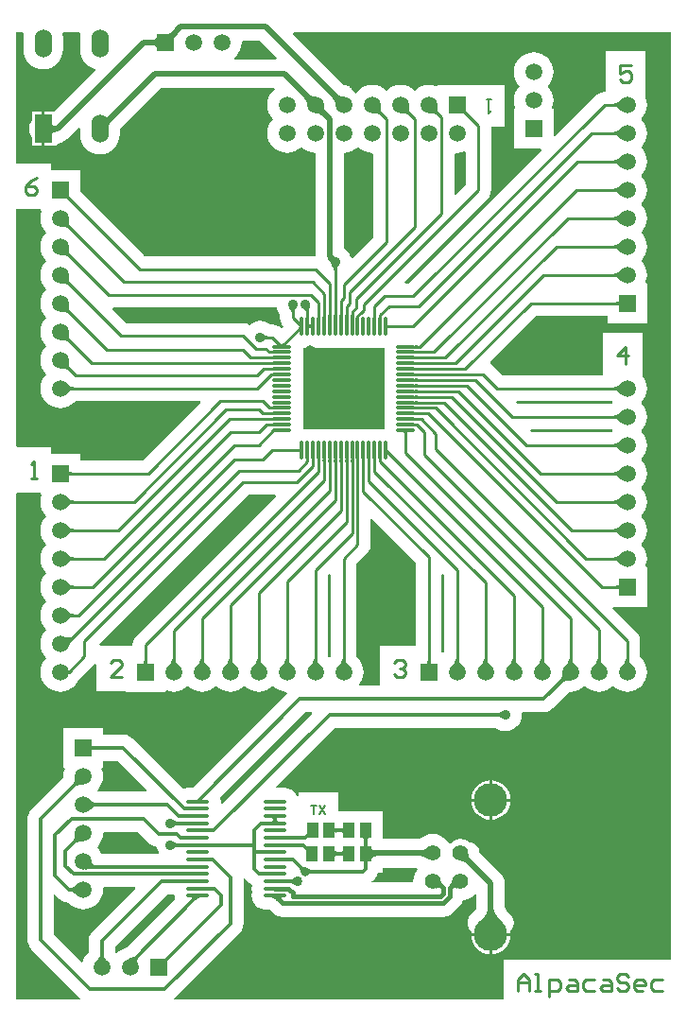
<source format=gtl>
%FSLAX25Y25*%
%MOIN*%
G70*
G01*
G75*
G04 Layer_Physical_Order=1*
G04 Layer_Color=255*
%ADD10R,0.04331X0.05512*%
%ADD11O,0.08268X0.01378*%
%ADD12O,0.01181X0.07087*%
%ADD13O,0.07087X0.01181*%
%ADD14C,0.01200*%
%ADD15C,0.01000*%
%ADD16C,0.02000*%
%ADD17C,0.01500*%
%ADD18C,0.00500*%
%ADD19C,0.00800*%
%ADD20C,0.05906*%
%ADD21R,0.05906X0.05906*%
%ADD22C,0.05500*%
%ADD23C,0.11811*%
%ADD24R,0.05906X0.05906*%
%ADD25R,0.06000X0.10000*%
%ADD26O,0.06000X0.10000*%
%ADD27C,0.03500*%
%ADD28C,0.03300*%
%ADD29C,0.03400*%
G36*
X70516Y-225531D02*
X70563Y-225753D01*
X70641Y-225985D01*
X70751Y-226228D01*
X70892Y-226480D01*
X71064Y-226742D01*
X71268Y-227015D01*
X71769Y-227589D01*
X72067Y-227891D01*
X67933D01*
X68231Y-227589D01*
X68732Y-227015D01*
X68936Y-226742D01*
X69108Y-226480D01*
X69249Y-226228D01*
X69359Y-225985D01*
X69437Y-225753D01*
X69484Y-225531D01*
X69500Y-225318D01*
X70500D01*
X70516Y-225531D01*
D02*
G37*
G36*
X80516D02*
X80563Y-225753D01*
X80641Y-225985D01*
X80751Y-226228D01*
X80892Y-226480D01*
X81064Y-226742D01*
X81268Y-227015D01*
X81769Y-227589D01*
X82067Y-227891D01*
X77933D01*
X78231Y-227589D01*
X78732Y-227015D01*
X78936Y-226742D01*
X79108Y-226480D01*
X79249Y-226228D01*
X79359Y-225985D01*
X79437Y-225753D01*
X79484Y-225531D01*
X79500Y-225318D01*
X80500D01*
X80516Y-225531D01*
D02*
G37*
G36*
X60516D02*
X60563Y-225753D01*
X60641Y-225985D01*
X60751Y-226228D01*
X60892Y-226480D01*
X61064Y-226742D01*
X61268Y-227015D01*
X61769Y-227589D01*
X62067Y-227891D01*
X57933D01*
X58231Y-227589D01*
X58732Y-227015D01*
X58936Y-226742D01*
X59108Y-226480D01*
X59249Y-226228D01*
X59359Y-225985D01*
X59437Y-225753D01*
X59484Y-225531D01*
X59500Y-225318D01*
X60500D01*
X60516Y-225531D01*
D02*
G37*
G36*
X145461Y-191380D02*
Y-220602D01*
X132600D01*
Y-234860D01*
X125590D01*
X125377Y-234408D01*
X125809Y-233881D01*
X126455Y-232674D01*
X126852Y-231363D01*
X126986Y-230000D01*
X126852Y-228637D01*
X126455Y-227326D01*
X125809Y-226119D01*
X124951Y-225073D01*
X124941Y-225060D01*
X124729Y-224844D01*
X124539Y-224627D01*
Y-191880D01*
X128131Y-188288D01*
X128852Y-187348D01*
X129305Y-186253D01*
X129460Y-185079D01*
Y-176032D01*
X129922Y-175841D01*
X145461Y-191380D01*
D02*
G37*
G36*
X199970Y-232953D02*
X199572Y-232957D01*
X198852Y-233013D01*
X198530Y-233066D01*
X198233Y-233135D01*
X197961Y-233220D01*
X197715Y-233321D01*
X197494Y-233438D01*
X197298Y-233572D01*
X197127Y-233721D01*
X196279Y-232873D01*
X196428Y-232702D01*
X196562Y-232506D01*
X196679Y-232285D01*
X196781Y-232039D01*
X196865Y-231767D01*
X196934Y-231470D01*
X196987Y-231148D01*
X197023Y-230801D01*
X197047Y-230030D01*
X199970Y-232953D01*
D02*
G37*
G36*
X90516Y-225531D02*
X90563Y-225753D01*
X90641Y-225985D01*
X90751Y-226228D01*
X90892Y-226480D01*
X91064Y-226742D01*
X91268Y-227015D01*
X91769Y-227589D01*
X92067Y-227891D01*
X87933D01*
X88231Y-227589D01*
X88732Y-227015D01*
X88936Y-226742D01*
X89108Y-226480D01*
X89249Y-226228D01*
X89359Y-225985D01*
X89437Y-225753D01*
X89484Y-225531D01*
X89500Y-225318D01*
X90500D01*
X90516Y-225531D01*
D02*
G37*
G36*
X160516D02*
X160563Y-225753D01*
X160641Y-225985D01*
X160751Y-226228D01*
X160892Y-226480D01*
X161064Y-226742D01*
X161268Y-227015D01*
X161769Y-227589D01*
X162067Y-227891D01*
X157933D01*
X158231Y-227589D01*
X158732Y-227015D01*
X158936Y-226742D01*
X159108Y-226480D01*
X159249Y-226228D01*
X159359Y-225985D01*
X159437Y-225753D01*
X159484Y-225531D01*
X159500Y-225318D01*
X160500D01*
X160516Y-225531D01*
D02*
G37*
G36*
X170516D02*
X170563Y-225753D01*
X170641Y-225985D01*
X170751Y-226228D01*
X170892Y-226480D01*
X171064Y-226742D01*
X171268Y-227015D01*
X171769Y-227589D01*
X172067Y-227891D01*
X167933D01*
X168231Y-227589D01*
X168732Y-227015D01*
X168936Y-226742D01*
X169108Y-226480D01*
X169249Y-226228D01*
X169359Y-225985D01*
X169437Y-225753D01*
X169484Y-225531D01*
X169500Y-225318D01*
X170500D01*
X170516Y-225531D01*
D02*
G37*
G36*
X120516D02*
X120563Y-225753D01*
X120641Y-225985D01*
X120751Y-226228D01*
X120892Y-226480D01*
X121064Y-226742D01*
X121268Y-227015D01*
X121769Y-227589D01*
X122067Y-227891D01*
X117933D01*
X118231Y-227589D01*
X118732Y-227015D01*
X118936Y-226742D01*
X119108Y-226480D01*
X119249Y-226228D01*
X119359Y-225985D01*
X119437Y-225753D01*
X119484Y-225531D01*
X119500Y-225318D01*
X120500D01*
X120516Y-225531D01*
D02*
G37*
G36*
X100516D02*
X100563Y-225753D01*
X100641Y-225985D01*
X100751Y-226228D01*
X100892Y-226480D01*
X101064Y-226742D01*
X101268Y-227015D01*
X101769Y-227589D01*
X102067Y-227891D01*
X97933D01*
X98231Y-227589D01*
X98732Y-227015D01*
X98936Y-226742D01*
X99108Y-226480D01*
X99249Y-226228D01*
X99359Y-225985D01*
X99437Y-225753D01*
X99484Y-225531D01*
X99500Y-225318D01*
X100500D01*
X100516Y-225531D01*
D02*
G37*
G36*
X110516D02*
X110563Y-225753D01*
X110641Y-225985D01*
X110751Y-226228D01*
X110892Y-226480D01*
X111064Y-226742D01*
X111268Y-227015D01*
X111769Y-227589D01*
X112067Y-227891D01*
X107933D01*
X108231Y-227589D01*
X108732Y-227015D01*
X108936Y-226742D01*
X109108Y-226480D01*
X109249Y-226228D01*
X109359Y-225985D01*
X109437Y-225753D01*
X109484Y-225531D01*
X109500Y-225318D01*
X110500D01*
X110516Y-225531D01*
D02*
G37*
G36*
X175750Y-246225D02*
X175626Y-246106D01*
X175496Y-246000D01*
X175363Y-245906D01*
X175225Y-245825D01*
X175083Y-245756D01*
X174936Y-245700D01*
X174785Y-245656D01*
X174630Y-245625D01*
X174470Y-245606D01*
X174306Y-245600D01*
Y-244400D01*
X174470Y-244394D01*
X174630Y-244375D01*
X174785Y-244344D01*
X174936Y-244300D01*
X175083Y-244244D01*
X175225Y-244175D01*
X175363Y-244094D01*
X175496Y-244000D01*
X175626Y-243894D01*
X175750Y-243775D01*
Y-246225D01*
D02*
G37*
G36*
X30493Y-274912D02*
X31043Y-275381D01*
X31308Y-275572D01*
X31566Y-275733D01*
X31818Y-275865D01*
X32064Y-275968D01*
X32303Y-276041D01*
X32536Y-276085D01*
X32763Y-276100D01*
Y-277300D01*
X32536Y-277315D01*
X32303Y-277359D01*
X32064Y-277432D01*
X31818Y-277535D01*
X31566Y-277667D01*
X31308Y-277828D01*
X31043Y-278019D01*
X30771Y-278239D01*
X30209Y-278767D01*
Y-274633D01*
X30493Y-274912D01*
D02*
G37*
G36*
X64808Y-278763D02*
X64786Y-278756D01*
X64743Y-278749D01*
X64678Y-278744D01*
X64205Y-278729D01*
X63625Y-278725D01*
Y-277525D01*
X64808Y-277487D01*
Y-278763D01*
D02*
G37*
G36*
Y-281322D02*
X64786Y-281315D01*
X64740Y-281308D01*
X64671Y-281303D01*
X64169Y-281288D01*
X63552Y-281284D01*
Y-280084D01*
X64808Y-280047D01*
Y-281322D01*
D02*
G37*
G36*
X91974Y-283881D02*
X91951Y-283874D01*
X91905Y-283867D01*
X91837Y-283862D01*
X91334Y-283847D01*
X90717Y-283843D01*
Y-282643D01*
X91974Y-282606D01*
Y-283881D01*
D02*
G37*
G36*
X96283Y-281363D02*
X96883D01*
X96769Y-281375D01*
X96667Y-281411D01*
X96577Y-281472D01*
X96499Y-281556D01*
X96433Y-281665D01*
X96379Y-281799D01*
X96337Y-281956D01*
X96336Y-281964D01*
X96337Y-281971D01*
X96379Y-282129D01*
X96433Y-282262D01*
X96499Y-282371D01*
X96577Y-282456D01*
X96667Y-282517D01*
X96769Y-282553D01*
X96883Y-282565D01*
X96283D01*
X96283Y-282575D01*
X95083D01*
X95082Y-282565D01*
X94483D01*
X94597Y-282553D01*
X94699Y-282517D01*
X94789Y-282456D01*
X94867Y-282371D01*
X94933Y-282262D01*
X94987Y-282129D01*
X95029Y-281971D01*
X95030Y-281964D01*
X95029Y-281956D01*
X94987Y-281799D01*
X94933Y-281665D01*
X94867Y-281556D01*
X94789Y-281472D01*
X94699Y-281411D01*
X94597Y-281375D01*
X94483Y-281363D01*
X95082D01*
X95083Y-281353D01*
X96283D01*
X96283Y-281363D01*
D02*
G37*
G36*
X108837Y-244602D02*
X77093Y-276345D01*
X76620Y-276112D01*
X76692Y-275566D01*
X76530Y-274342D01*
X76464Y-274181D01*
X106505Y-244140D01*
X108645D01*
X108837Y-244602D01*
D02*
G37*
G36*
X28071Y-269653D02*
X27672Y-269657D01*
X26952Y-269713D01*
X26630Y-269766D01*
X26333Y-269834D01*
X26061Y-269919D01*
X25815Y-270021D01*
X25594Y-270138D01*
X25398Y-270272D01*
X25227Y-270421D01*
X24379Y-269573D01*
X24528Y-269402D01*
X24662Y-269207D01*
X24779Y-268985D01*
X24881Y-268739D01*
X24965Y-268467D01*
X25034Y-268170D01*
X25087Y-267848D01*
X25123Y-267500D01*
X25147Y-266729D01*
X28071Y-269653D01*
D02*
G37*
G36*
X31041Y-255614D02*
X31077Y-255716D01*
X31138Y-255806D01*
X31223Y-255884D01*
X31332Y-255950D01*
X31465Y-256004D01*
X31623Y-256046D01*
X31804Y-256076D01*
X32010Y-256094D01*
X32241Y-256100D01*
Y-257300D01*
X32010Y-257306D01*
X31804Y-257324D01*
X31623Y-257354D01*
X31465Y-257396D01*
X31332Y-257450D01*
X31223Y-257516D01*
X31138Y-257594D01*
X31077Y-257684D01*
X31041Y-257786D01*
X31029Y-257900D01*
Y-255500D01*
X31041Y-255614D01*
D02*
G37*
G36*
X13047Y-166953D02*
X13254D01*
X13507Y-167453D01*
X13148Y-168637D01*
X13014Y-170000D01*
X13148Y-171363D01*
X13545Y-172674D01*
X14191Y-173881D01*
X14801Y-174625D01*
X15024Y-175000D01*
X14801Y-175375D01*
X14191Y-176119D01*
X13545Y-177326D01*
X13148Y-178637D01*
X13014Y-180000D01*
X13148Y-181363D01*
X13545Y-182674D01*
X14191Y-183881D01*
X14801Y-184625D01*
X15024Y-185000D01*
X14801Y-185375D01*
X14191Y-186119D01*
X13545Y-187326D01*
X13148Y-188637D01*
X13014Y-190000D01*
X13148Y-191363D01*
X13545Y-192674D01*
X14191Y-193881D01*
X14801Y-194625D01*
X15024Y-195000D01*
X14801Y-195375D01*
X14191Y-196119D01*
X13545Y-197326D01*
X13148Y-198637D01*
X13014Y-200000D01*
X13148Y-201363D01*
X13545Y-202674D01*
X14191Y-203881D01*
X14801Y-204625D01*
X15024Y-205000D01*
X14801Y-205375D01*
X14191Y-206119D01*
X13545Y-207326D01*
X13148Y-208637D01*
X13014Y-210000D01*
X13148Y-211363D01*
X13545Y-212674D01*
X14191Y-213881D01*
X14801Y-214625D01*
X15024Y-215000D01*
X14801Y-215375D01*
X14191Y-216119D01*
X13545Y-217326D01*
X13148Y-218637D01*
X13014Y-220000D01*
X13148Y-221363D01*
X13545Y-222674D01*
X14191Y-223881D01*
X14801Y-224625D01*
X15024Y-225000D01*
X14801Y-225375D01*
X14191Y-226119D01*
X13545Y-227326D01*
X13148Y-228637D01*
X13014Y-230000D01*
X13148Y-231363D01*
X13545Y-232674D01*
X14191Y-233881D01*
X15060Y-234940D01*
X16119Y-235809D01*
X17326Y-236455D01*
X18637Y-236852D01*
X20000Y-236986D01*
X21363Y-236852D01*
X22674Y-236455D01*
X23881Y-235809D01*
X24940Y-234940D01*
X25809Y-233881D01*
X26139Y-233263D01*
X26209Y-233209D01*
X31709Y-227710D01*
X31709Y-227709D01*
X32100Y-227201D01*
X32600Y-227370D01*
Y-236600D01*
X43047D01*
Y-236953D01*
X56953D01*
Y-236746D01*
X57453Y-236493D01*
X58637Y-236852D01*
X60000Y-236986D01*
X61363Y-236852D01*
X62674Y-236455D01*
X63881Y-235809D01*
X64625Y-235199D01*
X65000Y-234976D01*
X65375Y-235199D01*
X66119Y-235809D01*
X67326Y-236455D01*
X68637Y-236852D01*
X70000Y-236986D01*
X71363Y-236852D01*
X72674Y-236455D01*
X73881Y-235809D01*
X74625Y-235199D01*
X75000Y-234976D01*
X75375Y-235199D01*
X76119Y-235809D01*
X77326Y-236455D01*
X78637Y-236852D01*
X80000Y-236986D01*
X81363Y-236852D01*
X82674Y-236455D01*
X83881Y-235809D01*
X84625Y-235199D01*
X85000Y-234976D01*
X85375Y-235199D01*
X86119Y-235809D01*
X87326Y-236455D01*
X88637Y-236852D01*
X90000Y-236986D01*
X91363Y-236852D01*
X92674Y-236455D01*
X93881Y-235809D01*
X94625Y-235199D01*
X95000Y-234976D01*
X95375Y-235199D01*
X96119Y-235809D01*
X97326Y-236455D01*
X98637Y-236852D01*
X99844Y-236971D01*
X100076Y-237446D01*
X66685Y-270837D01*
X65072D01*
X63848Y-270998D01*
X63291Y-271229D01*
X45481Y-253419D01*
X44520Y-252682D01*
X44192Y-252546D01*
X43401Y-252218D01*
X42800Y-252139D01*
X42200Y-252060D01*
X42200Y-252060D01*
X35053D01*
Y-249747D01*
X21147D01*
Y-263653D01*
X21354D01*
X21607Y-264153D01*
X21248Y-265337D01*
X21136Y-266476D01*
X21115Y-266603D01*
X21098Y-267141D01*
X9819Y-278419D01*
X9082Y-279380D01*
X8946Y-279708D01*
X8618Y-280499D01*
X8539Y-281100D01*
X8460Y-281700D01*
X8460Y-281700D01*
Y-324400D01*
X8460Y-324400D01*
X8539Y-325000D01*
X8618Y-325601D01*
X8946Y-326392D01*
X9082Y-326720D01*
X9819Y-327681D01*
X27100Y-344961D01*
X26931Y-345461D01*
X4539D01*
Y-167075D01*
X4600Y-166600D01*
X13047D01*
Y-166953D01*
D02*
G37*
G36*
X70750Y-274191D02*
X70629Y-274337D01*
X70543Y-274466D01*
X70492Y-274578D01*
X70474Y-274673D01*
X70492Y-274750D01*
X70543Y-274811D01*
X70629Y-274853D01*
X70750Y-274879D01*
X70905Y-274888D01*
X67510D01*
X67678Y-274879D01*
X67846Y-274853D01*
X68015Y-274811D01*
X68184Y-274750D01*
X68353Y-274673D01*
X68523Y-274578D01*
X68693Y-274466D01*
X68864Y-274337D01*
X69036Y-274191D01*
X69208Y-274027D01*
X70905D01*
X70750Y-274191D01*
D02*
G37*
G36*
X50537Y-271598D02*
X50345Y-272060D01*
X33367D01*
X33342Y-272039D01*
X33074Y-271685D01*
X33295Y-271330D01*
X33299Y-271325D01*
X33909Y-270581D01*
X34555Y-269374D01*
X34952Y-268063D01*
X35086Y-266700D01*
X34952Y-265337D01*
X34593Y-264153D01*
X34846Y-263653D01*
X35053D01*
Y-261340D01*
X40278D01*
X50537Y-271598D01*
D02*
G37*
G36*
X180516Y-225531D02*
X180563Y-225753D01*
X180641Y-225985D01*
X180751Y-226228D01*
X180892Y-226480D01*
X181064Y-226742D01*
X181268Y-227015D01*
X181769Y-227589D01*
X182067Y-227891D01*
X177933D01*
X178231Y-227589D01*
X178732Y-227015D01*
X178936Y-226742D01*
X179108Y-226480D01*
X179249Y-226228D01*
X179359Y-225985D01*
X179437Y-225753D01*
X179484Y-225531D01*
X179500Y-225318D01*
X180500D01*
X180516Y-225531D01*
D02*
G37*
G36*
X22411Y-178231D02*
X22985Y-178732D01*
X23258Y-178936D01*
X23520Y-179108D01*
X23772Y-179249D01*
X24015Y-179359D01*
X24247Y-179437D01*
X24469Y-179484D01*
X24682Y-179500D01*
Y-180500D01*
X24469Y-180516D01*
X24247Y-180563D01*
X24015Y-180641D01*
X23772Y-180751D01*
X23520Y-180892D01*
X23258Y-181064D01*
X22985Y-181268D01*
X22411Y-181769D01*
X22109Y-182067D01*
Y-177933D01*
X22411Y-178231D01*
D02*
G37*
G36*
X217891Y-182067D02*
X217589Y-181769D01*
X217015Y-181268D01*
X216742Y-181064D01*
X216480Y-180892D01*
X216228Y-180751D01*
X215985Y-180641D01*
X215753Y-180563D01*
X215531Y-180516D01*
X215318Y-180500D01*
Y-179500D01*
X215531Y-179484D01*
X215753Y-179437D01*
X215985Y-179359D01*
X216228Y-179249D01*
X216480Y-179108D01*
X216742Y-178936D01*
X217015Y-178732D01*
X217589Y-178231D01*
X217891Y-177933D01*
Y-182067D01*
D02*
G37*
G36*
Y-192067D02*
X217589Y-191769D01*
X217015Y-191268D01*
X216742Y-191064D01*
X216480Y-190892D01*
X216228Y-190751D01*
X215985Y-190641D01*
X215753Y-190563D01*
X215531Y-190516D01*
X215318Y-190500D01*
Y-189500D01*
X215531Y-189484D01*
X215753Y-189437D01*
X215985Y-189359D01*
X216228Y-189249D01*
X216480Y-189108D01*
X216742Y-188936D01*
X217015Y-188732D01*
X217589Y-188231D01*
X217891Y-187933D01*
Y-192067D01*
D02*
G37*
G36*
X217071Y-201000D02*
X217061Y-200905D01*
X217031Y-200820D01*
X216980Y-200745D01*
X216909Y-200680D01*
X216818Y-200625D01*
X216707Y-200580D01*
X216575Y-200545D01*
X216424Y-200520D01*
X216251Y-200505D01*
X216059Y-200500D01*
Y-199500D01*
X216251Y-199495D01*
X216424Y-199480D01*
X216575Y-199455D01*
X216707Y-199420D01*
X216818Y-199375D01*
X216909Y-199320D01*
X216980Y-199255D01*
X217031Y-199180D01*
X217061Y-199095D01*
X217071Y-199000D01*
Y-201000D01*
D02*
G37*
G36*
X22411Y-188231D02*
X22985Y-188732D01*
X23258Y-188936D01*
X23520Y-189108D01*
X23772Y-189249D01*
X24015Y-189359D01*
X24247Y-189437D01*
X24469Y-189484D01*
X24682Y-189500D01*
Y-190500D01*
X24469Y-190516D01*
X24247Y-190563D01*
X24015Y-190641D01*
X23772Y-190751D01*
X23520Y-190892D01*
X23258Y-191064D01*
X22985Y-191268D01*
X22411Y-191769D01*
X22109Y-192067D01*
Y-187933D01*
X22411Y-188231D01*
D02*
G37*
G36*
Y-168231D02*
X22985Y-168732D01*
X23258Y-168936D01*
X23520Y-169108D01*
X23772Y-169249D01*
X24015Y-169359D01*
X24247Y-169437D01*
X24469Y-169484D01*
X24682Y-169500D01*
Y-170500D01*
X24469Y-170516D01*
X24247Y-170563D01*
X24015Y-170641D01*
X23772Y-170751D01*
X23520Y-170892D01*
X23258Y-171064D01*
X22985Y-171268D01*
X22411Y-171769D01*
X22109Y-172067D01*
Y-167933D01*
X22411Y-168231D01*
D02*
G37*
G36*
X109710Y-155052D02*
X109702Y-155093D01*
X109695Y-155153D01*
X109680Y-155445D01*
X109673Y-156096D01*
X108673D01*
X108628Y-155029D01*
X109718D01*
X109710Y-155052D01*
D02*
G37*
G36*
X111678D02*
X111670Y-155093D01*
X111664Y-155153D01*
X111649Y-155445D01*
X111642Y-156096D01*
X110642D01*
X110597Y-155029D01*
X111687D01*
X111678Y-155052D01*
D02*
G37*
G36*
X22939Y-159095D02*
X22969Y-159180D01*
X23020Y-159255D01*
X23091Y-159320D01*
X23182Y-159375D01*
X23293Y-159420D01*
X23425Y-159455D01*
X23576Y-159480D01*
X23749Y-159495D01*
X23941Y-159500D01*
Y-160500D01*
X23749Y-160505D01*
X23576Y-160520D01*
X23425Y-160545D01*
X23293Y-160580D01*
X23182Y-160625D01*
X23091Y-160680D01*
X23020Y-160745D01*
X22969Y-160820D01*
X22939Y-160905D01*
X22929Y-161000D01*
Y-159000D01*
X22939Y-159095D01*
D02*
G37*
G36*
X217891Y-172067D02*
X217589Y-171769D01*
X217015Y-171268D01*
X216742Y-171064D01*
X216480Y-170892D01*
X216228Y-170751D01*
X215985Y-170641D01*
X215753Y-170563D01*
X215531Y-170516D01*
X215318Y-170500D01*
Y-169500D01*
X215531Y-169484D01*
X215753Y-169437D01*
X215985Y-169359D01*
X216228Y-169249D01*
X216480Y-169108D01*
X216742Y-168936D01*
X217015Y-168732D01*
X217589Y-168231D01*
X217891Y-167933D01*
Y-172067D01*
D02*
G37*
G36*
Y-162067D02*
X217589Y-161769D01*
X217015Y-161268D01*
X216742Y-161064D01*
X216480Y-160892D01*
X216228Y-160751D01*
X215985Y-160641D01*
X215753Y-160563D01*
X215531Y-160516D01*
X215318Y-160500D01*
Y-159500D01*
X215531Y-159484D01*
X215753Y-159437D01*
X215985Y-159359D01*
X216228Y-159249D01*
X216480Y-159108D01*
X216742Y-158936D01*
X217015Y-158732D01*
X217589Y-158231D01*
X217891Y-157933D01*
Y-162067D01*
D02*
G37*
G36*
X22411Y-198231D02*
X22985Y-198732D01*
X23258Y-198936D01*
X23520Y-199108D01*
X23772Y-199249D01*
X24015Y-199359D01*
X24247Y-199437D01*
X24469Y-199484D01*
X24682Y-199500D01*
Y-200500D01*
X24469Y-200516D01*
X24247Y-200563D01*
X24015Y-200641D01*
X23772Y-200751D01*
X23520Y-200892D01*
X23258Y-201064D01*
X22985Y-201268D01*
X22411Y-201769D01*
X22109Y-202067D01*
Y-197933D01*
X22411Y-198231D01*
D02*
G37*
G36*
X220516Y-225531D02*
X220563Y-225753D01*
X220641Y-225985D01*
X220751Y-226228D01*
X220892Y-226480D01*
X221064Y-226742D01*
X221268Y-227015D01*
X221769Y-227589D01*
X222067Y-227891D01*
X217933D01*
X218231Y-227589D01*
X218732Y-227015D01*
X218936Y-226742D01*
X219108Y-226480D01*
X219249Y-226228D01*
X219359Y-225985D01*
X219437Y-225753D01*
X219484Y-225531D01*
X219500Y-225318D01*
X220500D01*
X220516Y-225531D01*
D02*
G37*
G36*
X50505Y-226252D02*
X50520Y-226424D01*
X50545Y-226575D01*
X50580Y-226707D01*
X50625Y-226818D01*
X50680Y-226909D01*
X50745Y-226980D01*
X50820Y-227031D01*
X50905Y-227061D01*
X51000Y-227071D01*
X49000D01*
X49095Y-227061D01*
X49180Y-227031D01*
X49255Y-226980D01*
X49320Y-226909D01*
X49375Y-226818D01*
X49420Y-226707D01*
X49455Y-226575D01*
X49480Y-226424D01*
X49495Y-226252D01*
X49500Y-226059D01*
X50500D01*
X50505Y-226252D01*
D02*
G37*
G36*
X210516Y-225531D02*
X210563Y-225753D01*
X210641Y-225985D01*
X210751Y-226228D01*
X210892Y-226480D01*
X211064Y-226742D01*
X211268Y-227015D01*
X211769Y-227589D01*
X212067Y-227891D01*
X207933D01*
X208231Y-227589D01*
X208732Y-227015D01*
X208936Y-226742D01*
X209108Y-226480D01*
X209249Y-226228D01*
X209359Y-225985D01*
X209437Y-225753D01*
X209484Y-225531D01*
X209500Y-225318D01*
X210500D01*
X210516Y-225531D01*
D02*
G37*
G36*
X190516D02*
X190563Y-225753D01*
X190641Y-225985D01*
X190751Y-226228D01*
X190892Y-226480D01*
X191064Y-226742D01*
X191268Y-227015D01*
X191769Y-227589D01*
X192067Y-227891D01*
X187933D01*
X188231Y-227589D01*
X188732Y-227015D01*
X188936Y-226742D01*
X189108Y-226480D01*
X189249Y-226228D01*
X189359Y-225985D01*
X189437Y-225753D01*
X189484Y-225531D01*
X189500Y-225318D01*
X190500D01*
X190516Y-225531D01*
D02*
G37*
G36*
X200516D02*
X200563Y-225753D01*
X200641Y-225985D01*
X200751Y-226228D01*
X200892Y-226480D01*
X201064Y-226742D01*
X201268Y-227015D01*
X201769Y-227589D01*
X202067Y-227891D01*
X197933D01*
X198231Y-227589D01*
X198732Y-227015D01*
X198936Y-226742D01*
X199108Y-226480D01*
X199249Y-226228D01*
X199359Y-225985D01*
X199437Y-225753D01*
X199484Y-225531D01*
X199500Y-225318D01*
X200500D01*
X200516Y-225531D01*
D02*
G37*
G36*
X150505Y-226252D02*
X150520Y-226424D01*
X150545Y-226575D01*
X150580Y-226707D01*
X150625Y-226818D01*
X150680Y-226909D01*
X150745Y-226980D01*
X150820Y-227031D01*
X150905Y-227061D01*
X151000Y-227071D01*
X149000D01*
X149095Y-227061D01*
X149180Y-227031D01*
X149255Y-226980D01*
X149320Y-226909D01*
X149375Y-226818D01*
X149420Y-226707D01*
X149455Y-226575D01*
X149480Y-226424D01*
X149495Y-226252D01*
X149500Y-226059D01*
X150500D01*
X150505Y-226252D01*
D02*
G37*
G36*
X24196Y-218511D02*
X24115Y-218604D01*
X24018Y-218738D01*
X23776Y-219130D01*
X23288Y-220027D01*
X22654Y-221293D01*
X21440Y-217422D01*
X21745Y-217579D01*
X22037Y-217700D01*
X22315Y-217787D01*
X22580Y-217838D01*
X22831Y-217854D01*
X23069Y-217835D01*
X23293Y-217781D01*
X23504Y-217692D01*
X23701Y-217568D01*
X23885Y-217408D01*
X24196Y-218511D01*
D02*
G37*
G36*
X22411Y-208231D02*
X22985Y-208732D01*
X23258Y-208936D01*
X23520Y-209108D01*
X23772Y-209249D01*
X24015Y-209359D01*
X24247Y-209437D01*
X24469Y-209484D01*
X24682Y-209500D01*
Y-210500D01*
X24469Y-210516D01*
X24247Y-210563D01*
X24015Y-210641D01*
X23772Y-210751D01*
X23520Y-210892D01*
X23258Y-211064D01*
X22985Y-211268D01*
X22411Y-211769D01*
X22109Y-212067D01*
Y-207933D01*
X22411Y-208231D01*
D02*
G37*
G36*
X96080Y-168001D02*
X46791Y-217291D01*
X46069Y-218231D01*
X45881Y-218684D01*
X45616Y-219325D01*
X45461Y-220500D01*
Y-220602D01*
X33970D01*
X33779Y-220140D01*
X86380Y-167539D01*
X95889D01*
X96080Y-168001D01*
D02*
G37*
G36*
X115461Y-195611D02*
Y-224627D01*
X115343Y-224762D01*
X115314Y-224784D01*
X115037Y-224844D01*
X114964Y-224844D01*
X114686Y-224784D01*
X114657Y-224762D01*
X114539Y-224627D01*
Y-195880D01*
X114999Y-195420D01*
X115461Y-195611D01*
D02*
G37*
G36*
X155461Y-195880D02*
Y-223047D01*
X154539D01*
Y-195611D01*
X155001Y-195420D01*
X155461Y-195880D01*
D02*
G37*
G36*
X64808Y-283881D02*
X64786Y-283874D01*
X64740Y-283867D01*
X64671Y-283862D01*
X64169Y-283847D01*
X63552Y-283843D01*
Y-282643D01*
X64808Y-282606D01*
Y-283881D01*
D02*
G37*
G36*
X146140Y-299422D02*
X145704Y-299953D01*
X145078Y-301126D01*
X144692Y-302398D01*
X144561Y-303721D01*
X144573Y-303838D01*
X144237Y-304209D01*
X130040D01*
X129879Y-303735D01*
X130081Y-303581D01*
X131034Y-302628D01*
X131034Y-302628D01*
X131771Y-301667D01*
X132190Y-300656D01*
X133918D01*
Y-298922D01*
X145904D01*
X146140Y-299422D01*
D02*
G37*
G36*
X64808Y-301794D02*
X64786Y-301787D01*
X64740Y-301781D01*
X64671Y-301775D01*
X64169Y-301760D01*
X63552Y-301757D01*
Y-300557D01*
X64808Y-300519D01*
Y-301794D01*
D02*
G37*
G36*
X99414Y-303085D02*
X99460Y-303092D01*
X99528Y-303097D01*
X100031Y-303112D01*
X100648Y-303116D01*
Y-304316D01*
X99392Y-304353D01*
Y-303078D01*
X99414Y-303085D01*
D02*
G37*
G36*
X102402Y-304906D02*
X102284Y-304794D01*
X102161Y-304693D01*
X102033Y-304605D01*
X101901Y-304528D01*
X101763Y-304463D01*
X101621Y-304410D01*
X101474Y-304369D01*
X101323Y-304339D01*
X101166Y-304322D01*
X101005Y-304316D01*
Y-303116D01*
X101166Y-303110D01*
X101323Y-303092D01*
X101474Y-303063D01*
X101621Y-303021D01*
X101763Y-302968D01*
X101901Y-302903D01*
X102033Y-302827D01*
X102161Y-302738D01*
X102284Y-302638D01*
X102402Y-302526D01*
Y-304906D01*
D02*
G37*
G36*
X64808Y-304353D02*
X64786Y-304346D01*
X64740Y-304340D01*
X64671Y-304334D01*
X64169Y-304319D01*
X63552Y-304316D01*
Y-303116D01*
X64808Y-303078D01*
Y-304353D01*
D02*
G37*
G36*
X91974Y-301794D02*
X91951Y-301787D01*
X91905Y-301781D01*
X91837Y-301775D01*
X91334Y-301760D01*
X90717Y-301757D01*
Y-300557D01*
X91974Y-300519D01*
Y-301794D01*
D02*
G37*
G36*
X64808Y-299235D02*
X64786Y-299228D01*
X64740Y-299222D01*
X64671Y-299216D01*
X64169Y-299201D01*
X63552Y-299198D01*
Y-297998D01*
X64808Y-297960D01*
Y-299235D01*
D02*
G37*
G36*
X128440Y-294647D02*
X128422Y-294725D01*
X128405Y-294840D01*
X128380Y-295184D01*
X128354Y-296632D01*
X128953D01*
X128839Y-296644D01*
X128737Y-296680D01*
X128647Y-296741D01*
X128569Y-296826D01*
X128503Y-296935D01*
X128449Y-297068D01*
X128407Y-297226D01*
X128377Y-297408D01*
X128359Y-297614D01*
X128353Y-297844D01*
X127153D01*
X127147Y-297614D01*
X127129Y-297408D01*
X127099Y-297226D01*
X127057Y-297068D01*
X127003Y-296935D01*
X126937Y-296826D01*
X126859Y-296741D01*
X126769Y-296680D01*
X126667Y-296644D01*
X126553Y-296632D01*
X127149D01*
X127045Y-294607D01*
X128460D01*
X128440Y-294647D01*
D02*
G37*
G36*
X31080Y-296762D02*
X31141Y-297021D01*
X31227Y-297250D01*
X31337Y-297448D01*
X31473Y-297616D01*
X31634Y-297754D01*
X31819Y-297860D01*
X32029Y-297937D01*
X32264Y-297982D01*
X32524Y-297998D01*
X32134Y-299198D01*
X31818Y-299202D01*
X30495Y-299296D01*
X30150Y-299339D01*
X28708Y-299589D01*
X31044Y-296472D01*
X31080Y-296762D01*
D02*
G37*
G36*
X107590Y-299251D02*
X107706Y-299345D01*
X107828Y-299428D01*
X107955Y-299500D01*
X108088Y-299561D01*
X108225Y-299611D01*
X108368Y-299650D01*
X108516Y-299678D01*
X108669Y-299694D01*
X108827Y-299700D01*
Y-300900D01*
X108669Y-300905D01*
X108516Y-300922D01*
X108368Y-300950D01*
X108225Y-300989D01*
X108088Y-301039D01*
X107955Y-301100D01*
X107828Y-301172D01*
X107706Y-301255D01*
X107590Y-301349D01*
X107478Y-301455D01*
Y-299145D01*
X107590Y-299251D01*
D02*
G37*
G36*
X105053Y-298197D02*
X105173Y-298293D01*
X105298Y-298378D01*
X105426Y-298452D01*
X105558Y-298514D01*
X105695Y-298564D01*
X105836Y-298603D01*
X105981Y-298630D01*
X106130Y-298646D01*
X106283Y-298650D01*
X104650Y-300284D01*
X104646Y-300130D01*
X104630Y-299981D01*
X104603Y-299836D01*
X104564Y-299695D01*
X104514Y-299558D01*
X104452Y-299426D01*
X104378Y-299297D01*
X104293Y-299173D01*
X104197Y-299053D01*
X104089Y-298937D01*
X104937Y-298089D01*
X105053Y-298197D01*
D02*
G37*
G36*
X160166Y-306275D02*
X159903Y-306181D01*
X159651Y-306113D01*
X159409Y-306072D01*
X159179Y-306058D01*
X158960Y-306070D01*
X158752Y-306109D01*
X158555Y-306174D01*
X158369Y-306266D01*
X158194Y-306385D01*
X158030Y-306530D01*
X157283Y-305156D01*
X157419Y-305010D01*
X157554Y-304842D01*
X157688Y-304654D01*
X157956Y-304215D01*
X158089Y-303964D01*
X158483Y-303086D01*
X158613Y-302751D01*
X160166Y-306275D01*
D02*
G37*
G36*
X60356Y-308731D02*
X60343Y-308834D01*
X60504Y-310058D01*
X60571Y-310219D01*
X43931Y-326859D01*
X42654Y-327408D01*
X42315Y-327532D01*
X42310Y-327535D01*
X42303Y-327537D01*
X42193Y-327595D01*
X42026Y-327645D01*
X40819Y-328291D01*
X39760Y-329160D01*
X39705Y-329162D01*
X39340Y-328796D01*
Y-326622D01*
X57606Y-308355D01*
X60027D01*
X60356Y-308731D01*
D02*
G37*
G36*
X172887Y-313562D02*
X172981Y-314007D01*
X173138Y-314472D01*
X173357Y-314956D01*
X173639Y-315461D01*
X173984Y-315986D01*
X174391Y-316530D01*
X175394Y-317679D01*
X175990Y-318283D01*
X167722D01*
X168317Y-317679D01*
X169320Y-316530D01*
X169728Y-315986D01*
X170072Y-315461D01*
X170354Y-314956D01*
X170574Y-314472D01*
X170730Y-314007D01*
X170825Y-313562D01*
X170856Y-313137D01*
X172856D01*
X172887Y-313562D01*
D02*
G37*
G36*
X58489Y-331159D02*
X58250Y-331406D01*
X57875Y-331849D01*
X57738Y-332045D01*
X57635Y-332223D01*
X57566Y-332384D01*
X57530Y-332528D01*
X57529Y-332655D01*
X57562Y-332764D01*
X57629Y-332856D01*
X55944Y-331171D01*
X56036Y-331238D01*
X56145Y-331271D01*
X56272Y-331270D01*
X56416Y-331234D01*
X56577Y-331165D01*
X56755Y-331062D01*
X56951Y-330925D01*
X57164Y-330754D01*
X57641Y-330311D01*
X58489Y-331159D01*
D02*
G37*
G36*
X47719Y-330481D02*
X47555Y-330668D01*
X47422Y-330871D01*
X47319Y-331089D01*
X47247Y-331322D01*
X47205Y-331571D01*
X47195Y-331836D01*
X47215Y-332115D01*
X47265Y-332411D01*
X47347Y-332722D01*
X47459Y-333048D01*
X43703Y-331321D01*
X44147Y-331158D01*
X45834Y-330432D01*
X46065Y-330304D01*
X46422Y-330066D01*
X46548Y-329955D01*
X47719Y-330481D01*
D02*
G37*
G36*
X35315Y-329664D02*
X35359Y-329897D01*
X35432Y-330136D01*
X35535Y-330382D01*
X35667Y-330634D01*
X35828Y-330892D01*
X36019Y-331157D01*
X36239Y-331429D01*
X36767Y-331991D01*
X32633D01*
X32912Y-331707D01*
X33381Y-331157D01*
X33572Y-330892D01*
X33733Y-330634D01*
X33865Y-330382D01*
X33968Y-330136D01*
X34041Y-329897D01*
X34085Y-329664D01*
X34100Y-329437D01*
X35300D01*
X35315Y-329664D01*
D02*
G37*
G36*
X46580Y-306258D02*
X31419Y-321419D01*
X30682Y-322380D01*
X30546Y-322708D01*
X30218Y-323499D01*
X30139Y-324100D01*
X30060Y-324700D01*
X30060Y-324700D01*
Y-328834D01*
X29934Y-328981D01*
X29752Y-329167D01*
X29729Y-329197D01*
X28891Y-330219D01*
X28245Y-331426D01*
X28024Y-332156D01*
X27539Y-332278D01*
X17740Y-322478D01*
Y-308555D01*
X18202Y-308363D01*
X19819Y-309981D01*
X19819Y-309981D01*
X20300Y-310349D01*
X20780Y-310718D01*
X21340Y-310950D01*
X21899Y-311182D01*
X22039Y-311200D01*
X22785Y-311298D01*
X22981Y-311466D01*
X23167Y-311648D01*
X23197Y-311671D01*
X24219Y-312509D01*
X25426Y-313155D01*
X26737Y-313552D01*
X28100Y-313686D01*
X29463Y-313552D01*
X30774Y-313155D01*
X31981Y-312509D01*
X33040Y-311640D01*
X33909Y-310581D01*
X34555Y-309374D01*
X34952Y-308063D01*
X35086Y-306700D01*
X35034Y-306167D01*
X35370Y-305796D01*
X46389D01*
X46580Y-306258D01*
D02*
G37*
G36*
X72249Y-305644D02*
X72295Y-305651D01*
X72363Y-305656D01*
X72866Y-305671D01*
X73483Y-305675D01*
Y-306875D01*
X72226Y-306912D01*
Y-305637D01*
X72249Y-305644D01*
D02*
G37*
G36*
X154056Y-303131D02*
X154424Y-303980D01*
X154553Y-304226D01*
X154821Y-304664D01*
X154959Y-304856D01*
X155100Y-305029D01*
X155245Y-305184D01*
X154470Y-306530D01*
X154306Y-306385D01*
X154133Y-306267D01*
X153950Y-306174D01*
X153756Y-306109D01*
X153552Y-306069D01*
X153338Y-306056D01*
X153114Y-306070D01*
X152880Y-306109D01*
X152636Y-306175D01*
X152382Y-306268D01*
X153939Y-302812D01*
X154056Y-303131D01*
D02*
G37*
G36*
X25991Y-308767D02*
X25707Y-308488D01*
X25157Y-308019D01*
X24893Y-307828D01*
X24634Y-307667D01*
X24382Y-307535D01*
X24136Y-307432D01*
X23897Y-307359D01*
X23664Y-307315D01*
X23437Y-307300D01*
Y-306100D01*
X23664Y-306085D01*
X23897Y-306041D01*
X24136Y-305968D01*
X24382Y-305865D01*
X24634Y-305733D01*
X24893Y-305572D01*
X25157Y-305381D01*
X25429Y-305161D01*
X25991Y-304633D01*
Y-308767D01*
D02*
G37*
G36*
X98301Y-309523D02*
X98151Y-309555D01*
X98044Y-309609D01*
X97979Y-309684D01*
X97958Y-309780D01*
X97979Y-309898D01*
X98044Y-310038D01*
X98151Y-310199D01*
X98301Y-310381D01*
X98494Y-310585D01*
X96373D01*
X96159Y-310381D01*
X95945Y-310199D01*
X95732Y-310038D01*
X95519Y-309898D01*
X95306Y-309780D01*
X95094Y-309684D01*
X94883Y-309609D01*
X94672Y-309555D01*
X94462Y-309523D01*
X94252Y-309512D01*
X98494D01*
X98301Y-309523D01*
D02*
G37*
G36*
X69357Y-309521D02*
X69189Y-309546D01*
X69020Y-309590D01*
X68851Y-309650D01*
X68682Y-309727D01*
X68512Y-309822D01*
X68341Y-309934D01*
X68170Y-310063D01*
X67999Y-310209D01*
X67827Y-310373D01*
X66130D01*
X66285Y-310209D01*
X66405Y-310063D01*
X66492Y-309934D01*
X66543Y-309822D01*
X66560Y-309727D01*
X66543Y-309650D01*
X66492Y-309590D01*
X66405Y-309546D01*
X66285Y-309521D01*
X66130Y-309512D01*
X69524D01*
X69357Y-309521D01*
D02*
G37*
G36*
X163944Y-294162D02*
X163970Y-294410D01*
X164015Y-294652D01*
X164080Y-294887D01*
X164164Y-295115D01*
X164267Y-295336D01*
X164389Y-295550D01*
X164531Y-295757D01*
X164692Y-295957D01*
X164872Y-296150D01*
X163458Y-297564D01*
X163265Y-297384D01*
X163064Y-297223D01*
X162857Y-297081D01*
X162644Y-296959D01*
X162423Y-296856D01*
X162195Y-296772D01*
X161960Y-296707D01*
X161718Y-296662D01*
X161470Y-296636D01*
X161214Y-296629D01*
X163936Y-293906D01*
X163944Y-294162D01*
D02*
G37*
G36*
X128839Y-288544D02*
X128737Y-288580D01*
X128647Y-288641D01*
X128569Y-288726D01*
X128503Y-288835D01*
X128449Y-288968D01*
X128407Y-289126D01*
X128377Y-289308D01*
X128359Y-289514D01*
X128353Y-289744D01*
X127153D01*
X127147Y-289514D01*
X127129Y-289308D01*
X127099Y-289126D01*
X127057Y-288968D01*
X127003Y-288835D01*
X126937Y-288726D01*
X126859Y-288641D01*
X126769Y-288580D01*
X126667Y-288544D01*
X126553Y-288532D01*
X128953D01*
X128839Y-288544D01*
D02*
G37*
G36*
X64808Y-288999D02*
X64786Y-288992D01*
X64740Y-288985D01*
X64671Y-288980D01*
X64169Y-288965D01*
X63552Y-288961D01*
Y-287761D01*
X64808Y-287724D01*
Y-288999D01*
D02*
G37*
G36*
X28071Y-289653D02*
X27672Y-289657D01*
X26952Y-289713D01*
X26630Y-289766D01*
X26333Y-289834D01*
X26061Y-289919D01*
X25815Y-290021D01*
X25594Y-290138D01*
X25398Y-290272D01*
X25227Y-290421D01*
X24379Y-289573D01*
X24528Y-289402D01*
X24662Y-289207D01*
X24779Y-288985D01*
X24881Y-288739D01*
X24965Y-288467D01*
X25034Y-288170D01*
X25087Y-287848D01*
X25123Y-287501D01*
X25147Y-286730D01*
X28071Y-289653D01*
D02*
G37*
G36*
X72249Y-290290D02*
X72295Y-290296D01*
X72363Y-290302D01*
X72866Y-290317D01*
X73483Y-290320D01*
Y-291521D01*
X72226Y-291558D01*
Y-290283D01*
X72249Y-290290D01*
D02*
G37*
G36*
X99414D02*
X99460Y-290296D01*
X99528Y-290302D01*
X100031Y-290317D01*
X100648Y-290320D01*
Y-291521D01*
X99392Y-291558D01*
Y-290283D01*
X99414Y-290290D01*
D02*
G37*
G36*
Y-287731D02*
X99460Y-287737D01*
X99528Y-287743D01*
X100031Y-287758D01*
X100648Y-287761D01*
Y-288961D01*
X99392Y-288999D01*
Y-287724D01*
X99414Y-287731D01*
D02*
G37*
G36*
X72249Y-285172D02*
X72295Y-285178D01*
X72363Y-285184D01*
X72866Y-285199D01*
X73483Y-285202D01*
Y-286402D01*
X72226Y-286440D01*
Y-285165D01*
X72249Y-285172D01*
D02*
G37*
G36*
X60018Y-282137D02*
X60147Y-282243D01*
X60280Y-282337D01*
X60418Y-282418D01*
X60560Y-282487D01*
X60707Y-282543D01*
X60858Y-282587D01*
X61013Y-282618D01*
X61173Y-282637D01*
X61337Y-282643D01*
Y-283843D01*
X61173Y-283850D01*
X61013Y-283868D01*
X60858Y-283900D01*
X60707Y-283943D01*
X60560Y-284000D01*
X60418Y-284068D01*
X60280Y-284150D01*
X60147Y-284243D01*
X60018Y-284350D01*
X59893Y-284468D01*
Y-282018D01*
X60018Y-282137D01*
D02*
G37*
G36*
X119706Y-287000D02*
X119694Y-286886D01*
X119657Y-286784D01*
X119597Y-286694D01*
X119512Y-286616D01*
X119403Y-286550D01*
X119270Y-286496D01*
X119112Y-286454D01*
X118930Y-286424D01*
X118724Y-286406D01*
X118494Y-286400D01*
Y-285200D01*
X118724Y-285194D01*
X118930Y-285176D01*
X119112Y-285146D01*
X119270Y-285104D01*
X119403Y-285050D01*
X119512Y-284984D01*
X119597Y-284906D01*
X119657Y-284816D01*
X119694Y-284714D01*
X119706Y-284600D01*
Y-287000D01*
D02*
G37*
G36*
X106794Y-288544D02*
X106841Y-288546D01*
X106877Y-288554D01*
X106904Y-288566D01*
X106920Y-288583D01*
X106927Y-288604D01*
X106924Y-288631D01*
X106910Y-288662D01*
X106887Y-288699D01*
X106853Y-288740D01*
X106810Y-288786D01*
X105962Y-287937D01*
X106794Y-287137D01*
Y-288544D01*
D02*
G37*
G36*
X117006Y-284714D02*
X117043Y-284816D01*
X117103Y-284906D01*
X117188Y-284984D01*
X117297Y-285050D01*
X117430Y-285104D01*
X117588Y-285146D01*
X117770Y-285176D01*
X117976Y-285194D01*
X118206Y-285200D01*
Y-286400D01*
X117976Y-286406D01*
X117770Y-286424D01*
X117588Y-286454D01*
X117430Y-286496D01*
X117297Y-286550D01*
X117188Y-286616D01*
X117103Y-286694D01*
X117043Y-286784D01*
X117006Y-286886D01*
X116994Y-287000D01*
Y-284600D01*
X117006Y-284714D01*
D02*
G37*
G36*
X64808Y-291558D02*
X64786Y-291551D01*
X64740Y-291545D01*
X64671Y-291539D01*
X64169Y-291524D01*
X63552Y-291521D01*
Y-290320D01*
X64808Y-290283D01*
Y-291558D01*
D02*
G37*
G36*
X149380Y-295804D02*
X149195Y-295628D01*
X149000Y-295471D01*
X148797Y-295332D01*
X148585Y-295212D01*
X148365Y-295110D01*
X148136Y-295027D01*
X147898Y-294962D01*
X147651Y-294916D01*
X147396Y-294888D01*
X147132Y-294879D01*
Y-292879D01*
X147396Y-292869D01*
X147651Y-292842D01*
X147898Y-292795D01*
X148136Y-292731D01*
X148365Y-292648D01*
X148585Y-292546D01*
X148797Y-292425D01*
X149000Y-292287D01*
X149195Y-292129D01*
X149380Y-291954D01*
Y-295804D01*
D02*
G37*
G36*
X116906Y-292814D02*
X116943Y-292916D01*
X117003Y-293006D01*
X117088Y-293084D01*
X117197Y-293150D01*
X117330Y-293204D01*
X117488Y-293246D01*
X117670Y-293276D01*
X117876Y-293294D01*
X118106Y-293300D01*
Y-294500D01*
X117876Y-294506D01*
X117670Y-294524D01*
X117488Y-294554D01*
X117330Y-294596D01*
X117197Y-294650D01*
X117088Y-294716D01*
X117003Y-294794D01*
X116943Y-294884D01*
X116906Y-294986D01*
X116894Y-295100D01*
Y-292700D01*
X116906Y-292814D01*
D02*
G37*
G36*
X129926Y-292069D02*
X129986Y-292239D01*
X130086Y-292389D01*
X130226Y-292519D01*
X130406Y-292629D01*
X130626Y-292719D01*
X130886Y-292789D01*
X131186Y-292839D01*
X131526Y-292869D01*
X131906Y-292879D01*
Y-294879D01*
X131526Y-294889D01*
X131186Y-294919D01*
X130886Y-294969D01*
X130626Y-295039D01*
X130406Y-295129D01*
X130226Y-295239D01*
X130086Y-295369D01*
X129986Y-295519D01*
X129926Y-295689D01*
X129906Y-295879D01*
Y-291879D01*
X129926Y-292069D01*
D02*
G37*
G36*
X72249Y-295408D02*
X72295Y-295414D01*
X72363Y-295420D01*
X72866Y-295435D01*
X73483Y-295439D01*
Y-296639D01*
X72226Y-296676D01*
Y-295401D01*
X72249Y-295408D01*
D02*
G37*
G36*
X99414D02*
X99460Y-295414D01*
X99528Y-295420D01*
X100031Y-295435D01*
X100648Y-295439D01*
Y-296639D01*
X99392Y-296676D01*
Y-295401D01*
X99414Y-295408D01*
D02*
G37*
G36*
X119706Y-295100D02*
X119694Y-294986D01*
X119657Y-294884D01*
X119597Y-294794D01*
X119512Y-294716D01*
X119403Y-294650D01*
X119270Y-294596D01*
X119112Y-294554D01*
X118930Y-294524D01*
X118724Y-294506D01*
X118494Y-294500D01*
Y-293300D01*
X118724Y-293294D01*
X118930Y-293276D01*
X119112Y-293246D01*
X119270Y-293204D01*
X119403Y-293150D01*
X119512Y-293084D01*
X119597Y-293006D01*
X119657Y-292916D01*
X119694Y-292814D01*
X119706Y-292700D01*
Y-295100D01*
D02*
G37*
G36*
X128359Y-290186D02*
X128377Y-290392D01*
X128407Y-290574D01*
X128449Y-290732D01*
X128503Y-290865D01*
X128569Y-290974D01*
X128647Y-291059D01*
X128737Y-291120D01*
X128839Y-291156D01*
X128953Y-291168D01*
X128356D01*
X128460Y-293193D01*
X127045D01*
X127066Y-293153D01*
X127084Y-293075D01*
X127100Y-292960D01*
X127126Y-292616D01*
X127152Y-291168D01*
X126553D01*
X126667Y-291156D01*
X126769Y-291120D01*
X126859Y-291059D01*
X126937Y-290974D01*
X127003Y-290865D01*
X127057Y-290732D01*
X127099Y-290574D01*
X127129Y-290392D01*
X127147Y-290186D01*
X127153Y-289956D01*
X128353D01*
X128359Y-290186D01*
D02*
G37*
G36*
X60095Y-289814D02*
X60224Y-289920D01*
X60357Y-290014D01*
X60495Y-290095D01*
X60638Y-290164D01*
X60784Y-290220D01*
X60935Y-290264D01*
X61090Y-290296D01*
X61250Y-290314D01*
X61414Y-290320D01*
Y-291521D01*
X61250Y-291527D01*
X61090Y-291546D01*
X60935Y-291577D01*
X60784Y-291620D01*
X60638Y-291677D01*
X60495Y-291745D01*
X60357Y-291827D01*
X60224Y-291920D01*
X60095Y-292027D01*
X59970Y-292145D01*
Y-289696D01*
X60095Y-289814D01*
D02*
G37*
G36*
X106448Y-290743D02*
X106896Y-291124D01*
X107089Y-291257D01*
X107260Y-291352D01*
X107410Y-291409D01*
X107539Y-291428D01*
X107648Y-291409D01*
X107735Y-291352D01*
X107800Y-291256D01*
X106694Y-293544D01*
X106735Y-293424D01*
X106748Y-293293D01*
X106734Y-293151D01*
X106691Y-292998D01*
X106620Y-292833D01*
X106521Y-292658D01*
X106394Y-292472D01*
X106239Y-292275D01*
X106056Y-292066D01*
X105845Y-291847D01*
X106192Y-290496D01*
X106448Y-290743D01*
D02*
G37*
G36*
X91974Y-294117D02*
X91951Y-294110D01*
X91905Y-294104D01*
X91837Y-294098D01*
X91334Y-294083D01*
X90717Y-294079D01*
Y-292880D01*
X91974Y-292842D01*
Y-294117D01*
D02*
G37*
G36*
X51319Y-290281D02*
X51319Y-290281D01*
X51863Y-290698D01*
X52280Y-291018D01*
X53399Y-291482D01*
X54168Y-291583D01*
X54239Y-292121D01*
X54702Y-293240D01*
X54909Y-293510D01*
X54688Y-293958D01*
X34518D01*
X33909Y-292819D01*
X33299Y-292075D01*
X33076Y-291700D01*
X33299Y-291325D01*
X33909Y-290581D01*
X34555Y-289374D01*
X34952Y-288063D01*
X35086Y-286700D01*
X35413Y-286340D01*
X47378D01*
X51319Y-290281D01*
D02*
G37*
G36*
X123498Y-104971D02*
X122408D01*
X122416Y-104948D01*
X122424Y-104907D01*
X122431Y-104847D01*
X122446Y-104555D01*
X122453Y-103904D01*
X123453D01*
X123498Y-104971D01*
D02*
G37*
G36*
X131372D02*
X130282D01*
X130290Y-104948D01*
X130298Y-104907D01*
X130305Y-104847D01*
X130320Y-104555D01*
X130327Y-103904D01*
X131327D01*
X131372Y-104971D01*
D02*
G37*
G36*
X22956Y-100454D02*
X23007Y-101215D01*
X23056Y-101551D01*
X23120Y-101858D01*
X23198Y-102137D01*
X23292Y-102385D01*
X23401Y-102605D01*
X23525Y-102796D01*
X23664Y-102957D01*
X22957Y-103664D01*
X22796Y-103525D01*
X22605Y-103401D01*
X22386Y-103292D01*
X22137Y-103198D01*
X21858Y-103120D01*
X21551Y-103056D01*
X21215Y-103007D01*
X20454Y-102956D01*
X20030Y-102953D01*
X22953Y-100030D01*
X22956Y-100454D01*
D02*
G37*
G36*
X117592Y-104971D02*
X116502D01*
X116511Y-104948D01*
X116518Y-104907D01*
X116525Y-104847D01*
X116540Y-104555D01*
X116547Y-103904D01*
X117547D01*
X117592Y-104971D01*
D02*
G37*
G36*
X119561D02*
X118471D01*
X118479Y-104948D01*
X118487Y-104907D01*
X118494Y-104847D01*
X118509Y-104555D01*
X118516Y-103904D01*
X119516D01*
X119561Y-104971D01*
D02*
G37*
G36*
X121529D02*
X120439D01*
X120448Y-104948D01*
X120456Y-104907D01*
X120462Y-104847D01*
X120477Y-104555D01*
X120484Y-103904D01*
X121484D01*
X121529Y-104971D01*
D02*
G37*
G36*
X22956Y-90454D02*
X23007Y-91215D01*
X23056Y-91551D01*
X23120Y-91858D01*
X23198Y-92137D01*
X23292Y-92386D01*
X23401Y-92605D01*
X23525Y-92796D01*
X23664Y-92957D01*
X22957Y-93664D01*
X22796Y-93525D01*
X22605Y-93401D01*
X22386Y-93292D01*
X22137Y-93198D01*
X21858Y-93120D01*
X21551Y-93056D01*
X21215Y-93007D01*
X20454Y-92956D01*
X20030Y-92953D01*
X22953Y-90030D01*
X22956Y-90454D01*
D02*
G37*
G36*
X217891Y-92067D02*
X217589Y-91769D01*
X217015Y-91268D01*
X216742Y-91064D01*
X216480Y-90892D01*
X216228Y-90751D01*
X215985Y-90641D01*
X215753Y-90563D01*
X215531Y-90516D01*
X215318Y-90500D01*
Y-89500D01*
X215531Y-89484D01*
X215753Y-89437D01*
X215985Y-89359D01*
X216228Y-89249D01*
X216480Y-89108D01*
X216742Y-88936D01*
X217015Y-88732D01*
X217589Y-88231D01*
X217891Y-87933D01*
Y-92067D01*
D02*
G37*
G36*
X118123Y-86864D02*
X118002Y-87011D01*
X117896Y-87160D01*
X117803Y-87309D01*
X117725Y-87458D01*
X117661Y-87608D01*
X117611Y-87758D01*
X117576Y-87909D01*
X117554Y-88060D01*
X117547Y-88212D01*
X116547Y-88240D01*
X116540Y-88087D01*
X116518Y-87935D01*
X116481Y-87785D01*
X116429Y-87636D01*
X116363Y-87490D01*
X116281Y-87345D01*
X116186Y-87201D01*
X116075Y-87060D01*
X115949Y-86920D01*
X115809Y-86782D01*
X118258Y-86716D01*
X118123Y-86864D01*
D02*
G37*
G36*
X108043Y-101359D02*
X107809Y-102087D01*
X107772Y-102250D01*
X107721Y-102550D01*
X107709Y-102689D01*
X107705Y-102819D01*
X106705Y-103288D01*
X106696Y-103125D01*
X106672Y-102973D01*
X106631Y-102831D01*
X106573Y-102701D01*
X106499Y-102580D01*
X106409Y-102470D01*
X106302Y-102371D01*
X106178Y-102283D01*
X106038Y-102205D01*
X105882Y-102137D01*
X108122Y-101157D01*
X108043Y-101359D01*
D02*
G37*
G36*
X103087Y-101892D02*
X102964Y-102036D01*
X102855Y-102181D01*
X102761Y-102327D01*
X102681Y-102474D01*
X102616Y-102623D01*
X102565Y-102772D01*
X102529Y-102923D01*
X102507Y-103074D01*
X102500Y-103227D01*
X101500D01*
X101493Y-103074D01*
X101471Y-102923D01*
X101435Y-102772D01*
X101384Y-102623D01*
X101319Y-102474D01*
X101239Y-102327D01*
X101145Y-102181D01*
X101036Y-102036D01*
X100913Y-101892D01*
X100775Y-101750D01*
X103225D01*
X103087Y-101892D01*
D02*
G37*
G36*
X217071Y-101000D02*
X217061Y-100905D01*
X217031Y-100820D01*
X216980Y-100745D01*
X216909Y-100680D01*
X216818Y-100625D01*
X216707Y-100580D01*
X216575Y-100545D01*
X216424Y-100520D01*
X216251Y-100505D01*
X216059Y-100500D01*
Y-99500D01*
X216251Y-99495D01*
X216424Y-99480D01*
X216575Y-99455D01*
X216707Y-99420D01*
X216818Y-99375D01*
X216909Y-99320D01*
X216980Y-99255D01*
X217031Y-99180D01*
X217061Y-99095D01*
X217071Y-99000D01*
Y-101000D01*
D02*
G37*
G36*
X135352Y-107245D02*
X135382Y-107330D01*
X135433Y-107405D01*
X135504Y-107470D01*
X135595Y-107525D01*
X135706Y-107570D01*
X135837Y-107605D01*
X135989Y-107630D01*
X136161Y-107645D01*
X136354Y-107650D01*
Y-108650D01*
X136161Y-108655D01*
X135989Y-108670D01*
X135837Y-108695D01*
X135706Y-108730D01*
X135595Y-108775D01*
X135504Y-108830D01*
X135433Y-108895D01*
X135382Y-108970D01*
X135352Y-109055D01*
X135342Y-109150D01*
Y-107150D01*
X135352Y-107245D01*
D02*
G37*
G36*
X96398Y-102001D02*
X96977Y-103400D01*
X97461Y-104030D01*
Y-105000D01*
X97616Y-106175D01*
X98069Y-107269D01*
X98776Y-108191D01*
X98176Y-108791D01*
X98123D01*
X97183Y-108069D01*
X96088Y-107616D01*
X94913Y-107461D01*
X94030D01*
X93400Y-106977D01*
X92001Y-106398D01*
X90500Y-106200D01*
X88999Y-106398D01*
X87600Y-106977D01*
X86799Y-107592D01*
X86769Y-107569D01*
X86316Y-107381D01*
X85675Y-107116D01*
X84500Y-106961D01*
X43380D01*
X38420Y-102001D01*
X38611Y-101539D01*
X96337D01*
X96398Y-102001D01*
D02*
G37*
G36*
X108595Y-107644D02*
X108602Y-107645D01*
X108795Y-107650D01*
Y-108650D01*
X108602Y-108655D01*
X108595Y-108655D01*
Y-109150D01*
X108585Y-109055D01*
X108555Y-108970D01*
X108504Y-108895D01*
X108433Y-108830D01*
X108342Y-108775D01*
X108231Y-108730D01*
X108189Y-108718D01*
X108147Y-108730D01*
X108036Y-108775D01*
X107945Y-108830D01*
X107874Y-108895D01*
X107823Y-108970D01*
X107793Y-109055D01*
X107783Y-109150D01*
Y-108655D01*
X107776Y-108655D01*
X107583Y-108650D01*
Y-107650D01*
X107776Y-107645D01*
X107783Y-107644D01*
Y-107150D01*
X107793Y-107245D01*
X107823Y-107330D01*
X107874Y-107405D01*
X107945Y-107470D01*
X108036Y-107525D01*
X108147Y-107570D01*
X108189Y-107581D01*
X108231Y-107570D01*
X108342Y-107525D01*
X108433Y-107470D01*
X108504Y-107405D01*
X108555Y-107330D01*
X108585Y-107245D01*
X108595Y-107150D01*
Y-107644D01*
D02*
G37*
G36*
X100024Y-114076D02*
X99924Y-114198D01*
X99852Y-114306D01*
X99809Y-114400D01*
X99794Y-114479D01*
X99809Y-114543D01*
X99852Y-114594D01*
X99924Y-114630D01*
X100024Y-114651D01*
X100154Y-114658D01*
X96145D01*
X96275Y-114651D01*
X96376Y-114630D01*
X96447Y-114594D01*
X96491Y-114543D01*
X96505Y-114479D01*
X96491Y-114400D01*
X96447Y-114306D01*
X96376Y-114198D01*
X96275Y-114076D01*
X96145Y-113939D01*
X97560D01*
X97703Y-114076D01*
X97846Y-114198D01*
X97989Y-114306D01*
X98131Y-114400D01*
X98150Y-114410D01*
X98168Y-114400D01*
X98310Y-114306D01*
X98453Y-114198D01*
X98596Y-114076D01*
X98739Y-113939D01*
X100154D01*
X100024Y-114076D01*
D02*
G37*
G36*
X22956Y-110454D02*
X23007Y-111214D01*
X23056Y-111551D01*
X23120Y-111858D01*
X23198Y-112136D01*
X23292Y-112385D01*
X23401Y-112605D01*
X23525Y-112796D01*
X23664Y-112957D01*
X22957Y-113664D01*
X22796Y-113525D01*
X22605Y-113401D01*
X22386Y-113292D01*
X22137Y-113198D01*
X21858Y-113119D01*
X21551Y-113056D01*
X21215Y-113007D01*
X20454Y-112956D01*
X20030Y-112953D01*
X22953Y-110029D01*
X22956Y-110454D01*
D02*
G37*
G36*
X91892Y-110913D02*
X92036Y-111036D01*
X92181Y-111145D01*
X92327Y-111239D01*
X92474Y-111319D01*
X92623Y-111384D01*
X92772Y-111435D01*
X92923Y-111471D01*
X93074Y-111493D01*
X93227Y-111500D01*
Y-112500D01*
X93074Y-112507D01*
X92923Y-112529D01*
X92772Y-112565D01*
X92623Y-112616D01*
X92474Y-112681D01*
X92327Y-112761D01*
X92181Y-112855D01*
X92036Y-112964D01*
X91892Y-113087D01*
X91750Y-113225D01*
Y-110775D01*
X91892Y-110913D01*
D02*
G37*
G36*
X111687Y-104971D02*
X110597D01*
X110605Y-104948D01*
X110613Y-104907D01*
X110620Y-104847D01*
X110635Y-104555D01*
X110642Y-103904D01*
X111642D01*
X111687Y-104971D01*
D02*
G37*
G36*
X113655D02*
X112565D01*
X112574Y-104948D01*
X112581Y-104907D01*
X112588Y-104847D01*
X112603Y-104555D01*
X112610Y-103904D01*
X113610D01*
X113655Y-104971D01*
D02*
G37*
G36*
X115624D02*
X114534D01*
X114542Y-104948D01*
X114550Y-104907D01*
X114557Y-104847D01*
X114571Y-104555D01*
X114579Y-103904D01*
X115579D01*
X115624Y-104971D01*
D02*
G37*
G36*
X235461Y-331502D02*
X176500D01*
Y-345461D01*
X60369D01*
X60200Y-344961D01*
X83281Y-321881D01*
X83281Y-321881D01*
X83698Y-321337D01*
X84018Y-320920D01*
X84482Y-319801D01*
X84640Y-318600D01*
Y-302908D01*
X84688Y-302869D01*
X85140Y-302715D01*
X86862Y-304437D01*
X86862Y-304437D01*
X87669Y-305056D01*
X87508Y-306275D01*
X87669Y-307499D01*
X87692Y-307554D01*
X87669Y-307610D01*
X87508Y-308834D01*
X87669Y-310058D01*
X88142Y-311199D01*
X88894Y-312178D01*
X89873Y-312930D01*
X91014Y-313402D01*
X92238Y-313563D01*
X93637D01*
X94961Y-314888D01*
X95953Y-315649D01*
X97109Y-316128D01*
X98349Y-316291D01*
X155035D01*
X156275Y-316128D01*
X157431Y-315649D01*
X158423Y-314888D01*
X160888Y-312423D01*
X161649Y-311431D01*
X161847Y-310952D01*
X162069Y-310417D01*
X162510Y-310374D01*
X163782Y-309988D01*
X164955Y-309361D01*
X165983Y-308517D01*
X166342Y-308080D01*
X166813Y-308248D01*
Y-312997D01*
X166749Y-313137D01*
X166621Y-313366D01*
X166424Y-313667D01*
X166181Y-313991D01*
X165358Y-314934D01*
X164848Y-315452D01*
X164540Y-315860D01*
X164228Y-316266D01*
X164222Y-316280D01*
X164213Y-316292D01*
X164021Y-316766D01*
X163825Y-317239D01*
X163823Y-317254D01*
X163817Y-317268D01*
X163754Y-317776D01*
X163688Y-318283D01*
X163689Y-318298D01*
X163688Y-318314D01*
X163758Y-318820D01*
X163825Y-319328D01*
X163831Y-319342D01*
X163833Y-319357D01*
X164032Y-319828D01*
X164228Y-320301D01*
X164237Y-320313D01*
X164243Y-320327D01*
X164557Y-320730D01*
X164869Y-321136D01*
X164881Y-321146D01*
X164891Y-321157D01*
X165038Y-321269D01*
X164966Y-322001D01*
X178746D01*
X178674Y-321269D01*
X178821Y-321157D01*
X178831Y-321146D01*
X178843Y-321136D01*
X179154Y-320730D01*
X179469Y-320327D01*
X179474Y-320313D01*
X179484Y-320301D01*
X179680Y-319828D01*
X179879Y-319357D01*
X179881Y-319342D01*
X179887Y-319328D01*
X179954Y-318820D01*
X180024Y-318314D01*
X180022Y-318298D01*
X180024Y-318283D01*
X179957Y-317776D01*
X179894Y-317268D01*
X179889Y-317254D01*
X179887Y-317239D01*
X179691Y-316767D01*
X179499Y-316292D01*
X179490Y-316280D01*
X179484Y-316266D01*
X179172Y-315860D01*
X178864Y-315452D01*
X178354Y-314934D01*
X177531Y-313991D01*
X177288Y-313667D01*
X177091Y-313366D01*
X176962Y-313137D01*
X176899Y-312997D01*
Y-304548D01*
X176727Y-303243D01*
X176580Y-302887D01*
X176223Y-302027D01*
X175422Y-300982D01*
X167919Y-293479D01*
X167895Y-293330D01*
X167833Y-292862D01*
X167812Y-292811D01*
X167803Y-292755D01*
X167611Y-292325D01*
X167430Y-291889D01*
X167396Y-291845D01*
X167374Y-291794D01*
X167077Y-291428D01*
X166789Y-291053D01*
X166745Y-291019D01*
X166710Y-290976D01*
X166328Y-290699D01*
X165954Y-290412D01*
X165902Y-290391D01*
X165857Y-290358D01*
X165417Y-290190D01*
X164981Y-290009D01*
X164925Y-290002D01*
X164873Y-289982D01*
X164404Y-289933D01*
X164228Y-289910D01*
X163708Y-289511D01*
X162492Y-289007D01*
X161187Y-288836D01*
X159881Y-289007D01*
X158665Y-289511D01*
X157648Y-290292D01*
X157527Y-290348D01*
X157091Y-290312D01*
X156984Y-290110D01*
X156140Y-289083D01*
X155112Y-288239D01*
X153940Y-287612D01*
X152667Y-287226D01*
X151344Y-287096D01*
X150021Y-287226D01*
X148749Y-287612D01*
X147576Y-288239D01*
X146849Y-288836D01*
X133918D01*
Y-279044D01*
X117998D01*
Y-272501D01*
X104000D01*
Y-273770D01*
X103500Y-273869D01*
X103223Y-273201D01*
X102472Y-272222D01*
X101492Y-271470D01*
X100352Y-270998D01*
X99128Y-270837D01*
X96378D01*
X96187Y-270375D01*
X116922Y-249640D01*
X173601D01*
X174100Y-250023D01*
X175499Y-250602D01*
X177000Y-250800D01*
X178501Y-250602D01*
X179900Y-250023D01*
X181101Y-249101D01*
X182023Y-247900D01*
X182602Y-246501D01*
X182800Y-245000D01*
X182736Y-244516D01*
X183065Y-244140D01*
X190500D01*
X190500Y-244140D01*
X191100Y-244061D01*
X191701Y-243982D01*
X192492Y-243654D01*
X192820Y-243518D01*
X193781Y-242781D01*
X199557Y-237005D01*
X199751Y-236989D01*
X200011Y-236987D01*
X200048Y-236982D01*
X201363Y-236852D01*
X202674Y-236455D01*
X203881Y-235809D01*
X204625Y-235199D01*
X205000Y-234976D01*
X205375Y-235199D01*
X206119Y-235809D01*
X207326Y-236455D01*
X208637Y-236852D01*
X210000Y-236986D01*
X211363Y-236852D01*
X212674Y-236455D01*
X213881Y-235809D01*
X214625Y-235199D01*
X215000Y-234976D01*
X215375Y-235199D01*
X216119Y-235809D01*
X217326Y-236455D01*
X218637Y-236852D01*
X220000Y-236986D01*
X221363Y-236852D01*
X222674Y-236455D01*
X223881Y-235809D01*
X224940Y-234940D01*
X225809Y-233881D01*
X226455Y-232674D01*
X226852Y-231363D01*
X226986Y-230000D01*
X226852Y-228637D01*
X226455Y-227326D01*
X225809Y-226119D01*
X224951Y-225073D01*
X224941Y-225060D01*
X224729Y-224844D01*
X224539Y-224627D01*
Y-219000D01*
X224539Y-219000D01*
X224384Y-217825D01*
X223931Y-216731D01*
X223763Y-216512D01*
X223209Y-215791D01*
X223209Y-215791D01*
X214834Y-207415D01*
X215025Y-206953D01*
X226953D01*
Y-193047D01*
X226746D01*
X226493Y-192547D01*
X226852Y-191363D01*
X226986Y-190000D01*
X226852Y-188637D01*
X226455Y-187326D01*
X225809Y-186119D01*
X225199Y-185375D01*
X224976Y-185000D01*
X225199Y-184625D01*
X225809Y-183881D01*
X226455Y-182674D01*
X226852Y-181363D01*
X226986Y-180000D01*
X226852Y-178637D01*
X226455Y-177326D01*
X225809Y-176119D01*
X225199Y-175375D01*
X224976Y-175000D01*
X225199Y-174625D01*
X225809Y-173881D01*
X226455Y-172674D01*
X226852Y-171363D01*
X226986Y-170000D01*
X226852Y-168637D01*
X226455Y-167326D01*
X225809Y-166119D01*
X225199Y-165375D01*
X224976Y-165000D01*
X225199Y-164625D01*
X225809Y-163881D01*
X226455Y-162674D01*
X226852Y-161363D01*
X226986Y-160000D01*
X226852Y-158637D01*
X226455Y-157326D01*
X225809Y-156119D01*
X225199Y-155375D01*
X224976Y-155000D01*
X225199Y-154625D01*
X225809Y-153881D01*
X226455Y-152674D01*
X226852Y-151363D01*
X226986Y-150000D01*
X226852Y-148637D01*
X226455Y-147326D01*
X225809Y-146119D01*
X225199Y-145375D01*
X224976Y-145000D01*
X225199Y-144625D01*
X225809Y-143881D01*
X226455Y-142674D01*
X226852Y-141363D01*
X226986Y-140000D01*
X226852Y-138637D01*
X226455Y-137326D01*
X225809Y-136119D01*
X225199Y-135375D01*
X224976Y-135000D01*
X225199Y-134625D01*
X225809Y-133881D01*
X226455Y-132674D01*
X226852Y-131363D01*
X226986Y-130000D01*
X226852Y-128637D01*
X226455Y-127326D01*
X225809Y-126119D01*
X225499Y-125741D01*
Y-110502D01*
X211500D01*
Y-125461D01*
X175880D01*
X172288Y-121869D01*
X171704Y-121422D01*
X171661Y-120758D01*
X187880Y-104539D01*
X213047D01*
Y-106953D01*
X226953D01*
Y-93047D01*
X226746D01*
X226493Y-92547D01*
X226852Y-91363D01*
X226986Y-90000D01*
X226852Y-88637D01*
X226455Y-87326D01*
X225809Y-86119D01*
X224940Y-85060D01*
Y-84940D01*
X225809Y-83881D01*
X226455Y-82674D01*
X226852Y-81363D01*
X226986Y-80000D01*
X226852Y-78637D01*
X226455Y-77326D01*
X225809Y-76119D01*
X224940Y-75060D01*
Y-74940D01*
X225809Y-73881D01*
X226455Y-72674D01*
X226852Y-71363D01*
X226986Y-70000D01*
X226852Y-68637D01*
X226455Y-67326D01*
X225809Y-66119D01*
X225199Y-65375D01*
X224976Y-65000D01*
X225199Y-64625D01*
X225809Y-63881D01*
X226455Y-62674D01*
X226852Y-61363D01*
X226986Y-60000D01*
X226852Y-58637D01*
X226455Y-57326D01*
X225809Y-56119D01*
X225199Y-55375D01*
X224976Y-55000D01*
X225199Y-54625D01*
X225809Y-53881D01*
X226455Y-52674D01*
X226852Y-51363D01*
X226986Y-50000D01*
X226852Y-48637D01*
X226455Y-47326D01*
X225809Y-46119D01*
X224940Y-45060D01*
Y-44940D01*
X225809Y-43881D01*
X226455Y-42674D01*
X226852Y-41363D01*
X226986Y-40000D01*
X226852Y-38637D01*
X226455Y-37326D01*
X225809Y-36119D01*
X225199Y-35375D01*
X224976Y-35000D01*
X225199Y-34625D01*
X225809Y-33881D01*
X226455Y-32674D01*
X226852Y-31363D01*
X226986Y-30000D01*
X226852Y-28637D01*
X226506Y-27497D01*
X226499Y-27000D01*
X226499Y-27000D01*
X226499Y-27000D01*
Y-11002D01*
X212500D01*
Y-25461D01*
X212000D01*
X212000Y-25461D01*
X210825Y-25616D01*
X209731Y-26069D01*
X209512Y-26237D01*
X208791Y-26791D01*
X208790Y-26791D01*
X194415Y-41166D01*
X193953Y-40975D01*
Y-31547D01*
X193746D01*
X193493Y-31047D01*
X193852Y-29863D01*
X193986Y-28500D01*
X193852Y-27137D01*
X193455Y-25826D01*
X192809Y-24619D01*
X192199Y-23875D01*
X191976Y-23500D01*
X192199Y-23125D01*
X192809Y-22381D01*
X193455Y-21174D01*
X193852Y-19863D01*
X193986Y-18500D01*
X193852Y-17137D01*
X193455Y-15826D01*
X192809Y-14619D01*
X191940Y-13560D01*
X190881Y-12691D01*
X189674Y-12045D01*
X188363Y-11648D01*
X187000Y-11514D01*
X185637Y-11648D01*
X184326Y-12045D01*
X183119Y-12691D01*
X182060Y-13560D01*
X181191Y-14619D01*
X180545Y-15826D01*
X180148Y-17137D01*
X180014Y-18500D01*
X180148Y-19863D01*
X180545Y-21174D01*
X181191Y-22381D01*
X181801Y-23125D01*
X182024Y-23500D01*
X181801Y-23875D01*
X181191Y-24619D01*
X180545Y-25826D01*
X180148Y-27137D01*
X180014Y-28500D01*
X180148Y-29863D01*
X180507Y-31047D01*
X180254Y-31547D01*
X180047D01*
Y-45453D01*
X189475D01*
X189666Y-45915D01*
X142620Y-92961D01*
X141611D01*
X141420Y-92499D01*
X170709Y-63209D01*
X171431Y-62269D01*
X171884Y-61175D01*
X172039Y-60000D01*
Y-37798D01*
X176800D01*
Y-23200D01*
X166953D01*
Y-23047D01*
X153047D01*
Y-23255D01*
X152547Y-23507D01*
X151363Y-23148D01*
X150000Y-23014D01*
X148637Y-23148D01*
X147326Y-23545D01*
X146119Y-24191D01*
X145375Y-24801D01*
X145000Y-25024D01*
X144625Y-24801D01*
X143881Y-24191D01*
X142674Y-23545D01*
X141363Y-23148D01*
X140000Y-23014D01*
X138637Y-23148D01*
X137326Y-23545D01*
X136119Y-24191D01*
X135060Y-25060D01*
X134940D01*
X133881Y-24191D01*
X132674Y-23545D01*
X131363Y-23148D01*
X130000Y-23014D01*
X128637Y-23148D01*
X127326Y-23545D01*
X126119Y-24191D01*
X125060Y-25060D01*
X124357Y-25916D01*
X124318Y-25927D01*
X124266Y-25936D01*
X123796Y-25830D01*
X123684Y-25561D01*
X123512Y-25114D01*
X123483Y-25075D01*
X123465Y-25030D01*
X123173Y-24650D01*
X122891Y-24264D01*
X122853Y-24233D01*
X122823Y-24195D01*
X122443Y-23903D01*
X122071Y-23603D01*
X122026Y-23583D01*
X121988Y-23553D01*
X121545Y-23370D01*
X121108Y-23176D01*
X121060Y-23169D01*
X121015Y-23150D01*
X120540Y-23088D01*
X120161Y-23029D01*
X102133Y-5001D01*
X102324Y-4539D01*
X235461D01*
Y-331502D01*
D02*
G37*
G36*
X104658Y-108974D02*
Y-110154D01*
X104651Y-110024D01*
X104630Y-109924D01*
X104594Y-109852D01*
X104543Y-109809D01*
X104479Y-109794D01*
X104400Y-109809D01*
X104306Y-109852D01*
X104198Y-109924D01*
X104076Y-110024D01*
X103939Y-110154D01*
Y-108739D01*
X104076Y-108596D01*
X104198Y-108453D01*
X104306Y-108310D01*
X104400Y-108168D01*
X104410Y-108150D01*
X104400Y-108131D01*
X104306Y-107989D01*
X104198Y-107846D01*
X104076Y-107703D01*
X103939Y-107560D01*
Y-106146D01*
X104076Y-106275D01*
X104198Y-106376D01*
X104306Y-106448D01*
X104400Y-106491D01*
X104479Y-106505D01*
X104543Y-106491D01*
X104594Y-106448D01*
X104630Y-106376D01*
X104651Y-106275D01*
X104658Y-106146D01*
Y-108974D01*
D02*
G37*
G36*
X107750Y-104971D02*
X106660D01*
X106668Y-104948D01*
X106676Y-104907D01*
X106683Y-104847D01*
X106697Y-104555D01*
X106705Y-103904D01*
X107705D01*
X107750Y-104971D01*
D02*
G37*
G36*
X116089Y-83171D02*
X116459Y-83494D01*
X116567Y-83573D01*
X116666Y-83637D01*
X116757Y-83687D01*
X116840Y-83723D01*
X116916Y-83744D01*
X116982Y-83750D01*
X115250Y-85483D01*
X115243Y-85416D01*
X115223Y-85340D01*
X115187Y-85257D01*
X115137Y-85166D01*
X115073Y-85067D01*
X114994Y-84959D01*
X114793Y-84720D01*
X114535Y-84449D01*
X115949Y-83035D01*
X116089Y-83171D01*
D02*
G37*
G36*
X152956Y-30454D02*
X153007Y-31214D01*
X153056Y-31551D01*
X153120Y-31858D01*
X153198Y-32136D01*
X153292Y-32386D01*
X153401Y-32605D01*
X153525Y-32796D01*
X153664Y-32957D01*
X152957Y-33664D01*
X152796Y-33525D01*
X152605Y-33401D01*
X152385Y-33292D01*
X152137Y-33198D01*
X151858Y-33119D01*
X151551Y-33056D01*
X151215Y-33007D01*
X150454Y-32956D01*
X150030Y-32953D01*
X152953Y-30029D01*
X152956Y-30454D01*
D02*
G37*
G36*
X162884Y-31604D02*
X162856Y-31696D01*
Y-31802D01*
X162884Y-31923D01*
X162941Y-32057D01*
X163026Y-32205D01*
X163139Y-32368D01*
X163280Y-32545D01*
X163648Y-32941D01*
X162941Y-33648D01*
X162736Y-33450D01*
X162368Y-33139D01*
X162205Y-33026D01*
X162057Y-32941D01*
X161923Y-32884D01*
X161802Y-32856D01*
X161696D01*
X161604Y-32884D01*
X161527Y-32941D01*
X162941Y-31526D01*
X162884Y-31604D01*
D02*
G37*
G36*
X217891Y-32067D02*
X217589Y-31769D01*
X217015Y-31268D01*
X216742Y-31064D01*
X216480Y-30892D01*
X216228Y-30751D01*
X215985Y-30641D01*
X215753Y-30563D01*
X215531Y-30516D01*
X215318Y-30500D01*
Y-29500D01*
X215531Y-29484D01*
X215753Y-29437D01*
X215985Y-29359D01*
X216228Y-29249D01*
X216480Y-29108D01*
X216742Y-28936D01*
X217015Y-28732D01*
X217589Y-28231D01*
X217891Y-27933D01*
Y-32067D01*
D02*
G37*
G36*
X112960Y-30323D02*
X112987Y-30607D01*
X113034Y-30880D01*
X113101Y-31144D01*
X113188Y-31397D01*
X113295Y-31640D01*
X113423Y-31872D01*
X113570Y-32095D01*
X113737Y-32308D01*
X113924Y-32510D01*
X112510Y-33924D01*
X112308Y-33737D01*
X112095Y-33570D01*
X111872Y-33422D01*
X111640Y-33295D01*
X111397Y-33188D01*
X111144Y-33101D01*
X110880Y-33034D01*
X110607Y-32987D01*
X110323Y-32960D01*
X110029Y-32953D01*
X112953Y-30029D01*
X112960Y-30323D01*
D02*
G37*
G36*
X132956Y-30454D02*
X133007Y-31214D01*
X133056Y-31551D01*
X133119Y-31858D01*
X133198Y-32136D01*
X133292Y-32386D01*
X133401Y-32605D01*
X133525Y-32796D01*
X133664Y-32957D01*
X132957Y-33664D01*
X132796Y-33525D01*
X132605Y-33401D01*
X132386Y-33292D01*
X132136Y-33198D01*
X131858Y-33119D01*
X131551Y-33056D01*
X131214Y-33007D01*
X130454Y-32956D01*
X130029Y-32953D01*
X132953Y-30029D01*
X132956Y-30454D01*
D02*
G37*
G36*
X142956D02*
X143007Y-31214D01*
X143056Y-31551D01*
X143120Y-31858D01*
X143198Y-32136D01*
X143292Y-32386D01*
X143401Y-32605D01*
X143525Y-32796D01*
X143664Y-32957D01*
X142957Y-33664D01*
X142796Y-33525D01*
X142605Y-33401D01*
X142385Y-33292D01*
X142137Y-33198D01*
X141858Y-33119D01*
X141551Y-33056D01*
X141215Y-33007D01*
X140454Y-32956D01*
X140030Y-32953D01*
X142953Y-30029D01*
X142956Y-30454D01*
D02*
G37*
G36*
X96363Y-13495D02*
X96171Y-13957D01*
X81489D01*
X81310Y-13457D01*
X81940Y-12940D01*
X82809Y-11881D01*
X83455Y-10674D01*
X83852Y-9363D01*
X83986Y-8000D01*
X83978Y-7914D01*
X84314Y-7543D01*
X90411D01*
X96363Y-13495D01*
D02*
G37*
G36*
X54071Y-10000D02*
X54051Y-9810D01*
X53991Y-9640D01*
X53890Y-9490D01*
X53749Y-9360D01*
X53568Y-9250D01*
X53347Y-9160D01*
X53085Y-9090D01*
X52784Y-9040D01*
X52442Y-9010D01*
X52059Y-9000D01*
Y-7000D01*
X52442Y-6990D01*
X52784Y-6960D01*
X53085Y-6910D01*
X53347Y-6840D01*
X53568Y-6750D01*
X53749Y-6640D01*
X53890Y-6510D01*
X53991Y-6360D01*
X54051Y-6190D01*
X54071Y-6000D01*
Y-10000D01*
D02*
G37*
G36*
X61355Y-5059D02*
X60958Y-5471D01*
X60333Y-6207D01*
X60106Y-6533D01*
X59935Y-6830D01*
X59820Y-7099D01*
X59763Y-7339D01*
X59761Y-7550D01*
X59817Y-7733D01*
X59929Y-7888D01*
X57112Y-5071D01*
X57267Y-5183D01*
X57450Y-5239D01*
X57661Y-5237D01*
X57901Y-5180D01*
X58170Y-5065D01*
X58467Y-4894D01*
X58793Y-4667D01*
X59147Y-4383D01*
X59941Y-3645D01*
X61355Y-5059D01*
D02*
G37*
G36*
X107692Y-26263D02*
X107905Y-26430D01*
X108127Y-26577D01*
X108360Y-26705D01*
X108603Y-26812D01*
X108856Y-26899D01*
X109120Y-26966D01*
X109393Y-27013D01*
X109677Y-27040D01*
X109970Y-27047D01*
X107047Y-29970D01*
X107040Y-29677D01*
X107013Y-29393D01*
X106966Y-29120D01*
X106899Y-28857D01*
X106812Y-28603D01*
X106705Y-28360D01*
X106578Y-28128D01*
X106430Y-27905D01*
X106263Y-27692D01*
X106076Y-27490D01*
X107490Y-26076D01*
X107692Y-26263D01*
D02*
G37*
G36*
X117692D02*
X117905Y-26430D01*
X118128Y-26577D01*
X118360Y-26705D01*
X118603Y-26812D01*
X118857Y-26899D01*
X119120Y-26966D01*
X119393Y-27013D01*
X119677Y-27040D01*
X119971Y-27047D01*
X117047Y-29970D01*
X117040Y-29677D01*
X117013Y-29393D01*
X116966Y-29120D01*
X116899Y-28857D01*
X116812Y-28603D01*
X116705Y-28360D01*
X116577Y-28128D01*
X116430Y-27905D01*
X116263Y-27692D01*
X116076Y-27490D01*
X117490Y-26076D01*
X117692Y-26263D01*
D02*
G37*
G36*
X27158Y-4940D02*
X27101Y-5128D01*
X26966Y-6500D01*
Y-10500D01*
X27101Y-11872D01*
X27501Y-13192D01*
X28152Y-14408D01*
X29026Y-15474D01*
X30092Y-16348D01*
X31308Y-16998D01*
X32347Y-17314D01*
X32492Y-17876D01*
X17868Y-32500D01*
X17238D01*
X16976Y-32465D01*
X16765Y-32493D01*
X16551Y-32488D01*
X16501Y-32500D01*
X14500D01*
Y-38500D01*
Y-44500D01*
X16501D01*
X16551Y-44512D01*
X16765Y-44507D01*
X16976Y-44535D01*
X17238Y-44500D01*
X18000D01*
Y-44400D01*
X18020Y-44397D01*
X18312Y-44276D01*
X18614Y-44187D01*
X18796Y-44076D01*
X18993Y-43994D01*
X19243Y-43802D01*
X19513Y-43637D01*
X19660Y-43483D01*
X19701Y-43451D01*
X20305Y-43371D01*
X21522Y-42867D01*
X22566Y-42066D01*
X26504Y-38128D01*
X26966Y-38319D01*
Y-40500D01*
X27101Y-41872D01*
X27501Y-43192D01*
X28152Y-44408D01*
X29026Y-45474D01*
X30092Y-46349D01*
X31308Y-46999D01*
X32628Y-47399D01*
X34000Y-47534D01*
X35372Y-47399D01*
X36692Y-46999D01*
X37908Y-46349D01*
X38974Y-45474D01*
X39849Y-44408D01*
X40499Y-43192D01*
X40899Y-41872D01*
X41034Y-40500D01*
Y-38608D01*
X41083Y-38549D01*
X55589Y-24043D01*
X95511D01*
X95689Y-24543D01*
X95060Y-25060D01*
X94191Y-26119D01*
X93545Y-27326D01*
X93148Y-28637D01*
X93014Y-30000D01*
X93148Y-31363D01*
X93545Y-32674D01*
X94191Y-33881D01*
X94801Y-34625D01*
X95024Y-35000D01*
X94801Y-35375D01*
X94191Y-36119D01*
X93545Y-37326D01*
X93148Y-38637D01*
X93014Y-40000D01*
X93148Y-41363D01*
X93545Y-42674D01*
X94191Y-43881D01*
X95060Y-44940D01*
X96119Y-45809D01*
X97326Y-46455D01*
X98637Y-46852D01*
X100000Y-46986D01*
X101363Y-46852D01*
X102674Y-46455D01*
X103881Y-45809D01*
X104940Y-44940D01*
X105060D01*
X106119Y-45809D01*
X107326Y-46455D01*
X108637Y-46852D01*
X109957Y-46982D01*
Y-83461D01*
X49880D01*
X26953Y-60534D01*
Y-53047D01*
X16599D01*
Y-50602D01*
X4539D01*
Y-4539D01*
X6860D01*
X7158Y-4940D01*
X7101Y-5128D01*
X6966Y-6500D01*
Y-10500D01*
X7101Y-11872D01*
X7502Y-13192D01*
X8152Y-14408D01*
X9026Y-15474D01*
X10092Y-16348D01*
X11308Y-16998D01*
X12628Y-17399D01*
X14000Y-17534D01*
X15372Y-17399D01*
X16692Y-16998D01*
X17908Y-16348D01*
X18974Y-15474D01*
X19848Y-14408D01*
X20498Y-13192D01*
X20899Y-11872D01*
X21034Y-10500D01*
Y-6500D01*
X20899Y-5128D01*
X20842Y-4940D01*
X21140Y-4539D01*
X26860D01*
X27158Y-4940D01*
D02*
G37*
G36*
X22956Y-70454D02*
X23007Y-71214D01*
X23056Y-71551D01*
X23120Y-71858D01*
X23198Y-72136D01*
X23292Y-72386D01*
X23401Y-72605D01*
X23525Y-72796D01*
X23664Y-72957D01*
X22957Y-73664D01*
X22796Y-73525D01*
X22605Y-73401D01*
X22386Y-73292D01*
X22137Y-73198D01*
X21858Y-73119D01*
X21551Y-73056D01*
X21215Y-73007D01*
X20454Y-72956D01*
X20030Y-72953D01*
X22953Y-70029D01*
X22956Y-70454D01*
D02*
G37*
G36*
X217891Y-72067D02*
X217589Y-71769D01*
X217015Y-71268D01*
X216742Y-71064D01*
X216480Y-70892D01*
X216228Y-70751D01*
X215985Y-70641D01*
X215753Y-70563D01*
X215531Y-70516D01*
X215318Y-70500D01*
Y-69500D01*
X215531Y-69484D01*
X215753Y-69437D01*
X215985Y-69359D01*
X216228Y-69249D01*
X216480Y-69108D01*
X216742Y-68936D01*
X217015Y-68732D01*
X217589Y-68231D01*
X217891Y-67933D01*
Y-72067D01*
D02*
G37*
G36*
X22884Y-61604D02*
X22856Y-61696D01*
Y-61802D01*
X22884Y-61923D01*
X22941Y-62057D01*
X23026Y-62205D01*
X23139Y-62368D01*
X23280Y-62545D01*
X23648Y-62941D01*
X22941Y-63648D01*
X22736Y-63450D01*
X22368Y-63139D01*
X22205Y-63026D01*
X22057Y-62941D01*
X21923Y-62884D01*
X21802Y-62856D01*
X21696D01*
X21604Y-62884D01*
X21527Y-62941D01*
X22941Y-61527D01*
X22884Y-61604D01*
D02*
G37*
G36*
X126119Y-45809D02*
X127326Y-46455D01*
X128637Y-46852D01*
X130000Y-46986D01*
X130091Y-46977D01*
X130461Y-47313D01*
Y-76620D01*
X123064Y-84017D01*
X122536Y-83838D01*
X122023Y-82600D01*
X121101Y-81399D01*
X120043Y-80587D01*
Y-46982D01*
X121363Y-46852D01*
X122674Y-46455D01*
X123881Y-45809D01*
X124940Y-44940D01*
X125060D01*
X126119Y-45809D01*
D02*
G37*
G36*
X22956Y-80454D02*
X23007Y-81214D01*
X23056Y-81551D01*
X23120Y-81858D01*
X23198Y-82136D01*
X23292Y-82385D01*
X23401Y-82605D01*
X23525Y-82796D01*
X23664Y-82957D01*
X22957Y-83664D01*
X22796Y-83525D01*
X22605Y-83401D01*
X22386Y-83292D01*
X22137Y-83198D01*
X21858Y-83119D01*
X21551Y-83056D01*
X21215Y-83007D01*
X20454Y-82956D01*
X20030Y-82953D01*
X22953Y-80029D01*
X22956Y-80454D01*
D02*
G37*
G36*
X217891Y-82067D02*
X217589Y-81769D01*
X217015Y-81268D01*
X216742Y-81064D01*
X216480Y-80892D01*
X216228Y-80751D01*
X215985Y-80641D01*
X215753Y-80563D01*
X215531Y-80516D01*
X215318Y-80500D01*
Y-79500D01*
X215531Y-79484D01*
X215753Y-79437D01*
X215985Y-79359D01*
X216228Y-79249D01*
X216480Y-79108D01*
X216742Y-78936D01*
X217015Y-78732D01*
X217589Y-78231D01*
X217891Y-77933D01*
Y-82067D01*
D02*
G37*
G36*
Y-42067D02*
X217589Y-41769D01*
X217015Y-41268D01*
X216742Y-41064D01*
X216480Y-40892D01*
X216228Y-40751D01*
X215985Y-40641D01*
X215753Y-40563D01*
X215531Y-40516D01*
X215318Y-40500D01*
Y-39500D01*
X215531Y-39484D01*
X215753Y-39437D01*
X215985Y-39359D01*
X216228Y-39249D01*
X216480Y-39108D01*
X216742Y-38936D01*
X217015Y-38732D01*
X217589Y-38231D01*
X217891Y-37933D01*
Y-42067D01*
D02*
G37*
G36*
X16996Y-36690D02*
X17056Y-36860D01*
X17157Y-37010D01*
X17298Y-37140D01*
X17479Y-37250D01*
X17700Y-37340D01*
X17962Y-37410D01*
X18264Y-37460D01*
X18606Y-37490D01*
X18988Y-37500D01*
Y-39500D01*
X18606Y-39510D01*
X18264Y-39540D01*
X17962Y-39590D01*
X17700Y-39660D01*
X17479Y-39750D01*
X17298Y-39860D01*
X17157Y-39990D01*
X17056Y-40140D01*
X16996Y-40310D01*
X16976Y-40500D01*
Y-36500D01*
X16996Y-36690D01*
D02*
G37*
G36*
X38417Y-35497D02*
X38086Y-35842D01*
X37551Y-36490D01*
X37345Y-36793D01*
X37182Y-37083D01*
X37060Y-37359D01*
X36980Y-37621D01*
X36942Y-37870D01*
X36945Y-38105D01*
X36990Y-38326D01*
X35662Y-34014D01*
X35743Y-34201D01*
X35854Y-34330D01*
X35994Y-34401D01*
X36164Y-34414D01*
X36363Y-34370D01*
X36592Y-34269D01*
X36850Y-34109D01*
X37137Y-33892D01*
X37455Y-33617D01*
X37801Y-33285D01*
X38417Y-35497D01*
D02*
G37*
G36*
X217891Y-62067D02*
X217589Y-61769D01*
X217015Y-61268D01*
X216742Y-61064D01*
X216480Y-60892D01*
X216228Y-60751D01*
X215985Y-60641D01*
X215753Y-60563D01*
X215531Y-60516D01*
X215318Y-60500D01*
Y-59500D01*
X215531Y-59484D01*
X215753Y-59437D01*
X215985Y-59359D01*
X216228Y-59249D01*
X216480Y-59108D01*
X216742Y-58936D01*
X217015Y-58732D01*
X217589Y-58231D01*
X217891Y-57933D01*
Y-62067D01*
D02*
G37*
G36*
Y-52067D02*
X217589Y-51769D01*
X217015Y-51268D01*
X216742Y-51064D01*
X216480Y-50892D01*
X216228Y-50751D01*
X215985Y-50641D01*
X215753Y-50563D01*
X215531Y-50516D01*
X215318Y-50500D01*
Y-49500D01*
X215531Y-49484D01*
X215753Y-49437D01*
X215985Y-49359D01*
X216228Y-49249D01*
X216480Y-49108D01*
X216742Y-48936D01*
X217015Y-48732D01*
X217589Y-48231D01*
X217891Y-47933D01*
Y-52067D01*
D02*
G37*
G36*
X162961Y-46816D02*
Y-58120D01*
X159501Y-61580D01*
X159039Y-61389D01*
Y-47264D01*
X159409Y-46928D01*
X160000Y-46986D01*
X161363Y-46852D01*
X162461Y-46519D01*
X162961Y-46816D01*
D02*
G37*
G36*
X214762Y-144657D02*
X214784Y-144686D01*
X214844Y-144963D01*
X214844Y-145036D01*
X214784Y-145314D01*
X214762Y-145343D01*
X214627Y-145461D01*
X186380D01*
X185920Y-145001D01*
X186111Y-144539D01*
X214627D01*
X214762Y-144657D01*
D02*
G37*
G36*
X96061Y-145342D02*
X95967Y-145303D01*
X95862Y-145290D01*
X95747Y-145300D01*
X95622Y-145335D01*
X95486Y-145395D01*
X95339Y-145479D01*
X95182Y-145588D01*
X95014Y-145721D01*
X94835Y-145879D01*
X94646Y-146061D01*
X93919Y-145374D01*
X94054Y-145238D01*
X94640Y-144570D01*
X94652Y-144538D01*
X96061Y-145342D01*
D02*
G37*
G36*
X108827Y-115112D02*
X109943Y-115575D01*
X111142Y-115733D01*
X112126Y-115603D01*
X113110Y-115733D01*
X114094Y-115603D01*
X115079Y-115733D01*
X116063Y-115603D01*
X117047Y-115733D01*
X118032Y-115603D01*
X119016Y-115733D01*
X120000Y-115603D01*
X120984Y-115733D01*
X121968Y-115603D01*
X122953Y-115733D01*
X123937Y-115603D01*
X124921Y-115733D01*
X125906Y-115603D01*
X126890Y-115733D01*
X127874Y-115603D01*
X128858Y-115733D01*
X129842Y-115603D01*
X130827Y-115733D01*
X131811Y-115603D01*
X132795Y-115733D01*
X133780Y-115603D01*
X134325Y-115675D01*
X134397Y-116220D01*
X134267Y-117205D01*
X134397Y-118189D01*
X134267Y-119173D01*
X134397Y-120158D01*
X134267Y-121142D01*
X134397Y-122126D01*
X134267Y-123110D01*
X134397Y-124094D01*
X134267Y-125079D01*
X134397Y-126063D01*
X134267Y-127047D01*
X134397Y-128032D01*
X134267Y-129016D01*
X134397Y-130000D01*
X134267Y-130984D01*
X134397Y-131968D01*
X134267Y-132953D01*
X134397Y-133937D01*
X134267Y-134921D01*
X134397Y-135906D01*
X134267Y-136890D01*
X134397Y-137874D01*
X134267Y-138858D01*
X134397Y-139842D01*
X134267Y-140827D01*
X134397Y-141811D01*
X134267Y-142795D01*
X134397Y-143780D01*
X134325Y-144325D01*
X133780Y-144397D01*
X132795Y-144267D01*
X131811Y-144397D01*
X130827Y-144267D01*
X129842Y-144397D01*
X128858Y-144267D01*
X127874Y-144397D01*
X126890Y-144267D01*
X125906Y-144397D01*
X124921Y-144267D01*
X123937Y-144397D01*
X122953Y-144267D01*
X121968Y-144397D01*
X120984Y-144267D01*
X120000Y-144397D01*
X119016Y-144267D01*
X118032Y-144397D01*
X117047Y-144267D01*
X116063Y-144397D01*
X115079Y-144267D01*
X114094Y-144397D01*
X113110Y-144267D01*
X112126Y-144397D01*
X111142Y-144267D01*
X110158Y-144397D01*
X109173Y-144267D01*
X108189Y-144397D01*
X107205Y-144267D01*
X106220Y-144397D01*
X105675Y-144325D01*
X105603Y-143780D01*
X105733Y-142795D01*
X105603Y-141811D01*
X105733Y-140827D01*
X105603Y-139842D01*
X105733Y-138858D01*
X105603Y-137874D01*
X105733Y-136890D01*
X105603Y-135906D01*
X105733Y-134921D01*
X105603Y-133937D01*
X105733Y-132953D01*
X105603Y-131968D01*
X105733Y-130984D01*
X105603Y-130000D01*
X105733Y-129016D01*
X105603Y-128032D01*
X105733Y-127047D01*
X105603Y-126063D01*
X105733Y-125079D01*
X105603Y-124094D01*
X105733Y-123110D01*
X105603Y-122126D01*
X105733Y-121142D01*
X105603Y-120158D01*
X105733Y-119173D01*
X105603Y-118189D01*
X105733Y-117205D01*
X105603Y-116220D01*
X105675Y-115675D01*
X106435Y-115575D01*
X107551Y-115112D01*
X108189Y-114623D01*
X108827Y-115112D01*
D02*
G37*
G36*
X104658Y-152850D02*
X104648Y-152755D01*
X104618Y-152670D01*
X104567Y-152595D01*
X104496Y-152530D01*
X104405Y-152475D01*
X104294Y-152430D01*
X104163Y-152395D01*
X104011Y-152370D01*
X103839Y-152355D01*
X103646Y-152350D01*
Y-151350D01*
X103839Y-151345D01*
X104011Y-151330D01*
X104163Y-151305D01*
X104294Y-151270D01*
X104405Y-151225D01*
X104496Y-151170D01*
X104567Y-151105D01*
X104618Y-151030D01*
X104648Y-150945D01*
X104658Y-150850D01*
Y-152850D01*
D02*
G37*
G36*
X217891Y-152067D02*
X217589Y-151769D01*
X217015Y-151268D01*
X216742Y-151064D01*
X216480Y-150892D01*
X216228Y-150751D01*
X215985Y-150641D01*
X215753Y-150563D01*
X215531Y-150516D01*
X215318Y-150500D01*
Y-149500D01*
X215531Y-149484D01*
X215753Y-149437D01*
X215985Y-149359D01*
X216228Y-149249D01*
X216480Y-149108D01*
X216742Y-148936D01*
X217015Y-148732D01*
X217589Y-148231D01*
X217891Y-147933D01*
Y-152067D01*
D02*
G37*
G36*
X142755Y-145352D02*
X142670Y-145382D01*
X142595Y-145433D01*
X142530Y-145504D01*
X142475Y-145595D01*
X142430Y-145706D01*
X142395Y-145837D01*
X142370Y-145989D01*
X142355Y-146161D01*
X142350Y-146354D01*
X141350D01*
X141345Y-146161D01*
X141330Y-145989D01*
X141305Y-145837D01*
X141270Y-145706D01*
X141225Y-145595D01*
X141170Y-145504D01*
X141105Y-145433D01*
X141030Y-145382D01*
X140945Y-145352D01*
X140850Y-145342D01*
X142850D01*
X142755Y-145352D01*
D02*
G37*
G36*
X145052Y-140290D02*
X145093Y-140298D01*
X145153Y-140305D01*
X145445Y-140320D01*
X146096Y-140327D01*
Y-141327D01*
X145029Y-141372D01*
Y-140282D01*
X145052Y-140290D01*
D02*
G37*
G36*
X94971Y-139403D02*
X94948Y-139395D01*
X94907Y-139387D01*
X94847Y-139380D01*
X94555Y-139365D01*
X93904Y-139358D01*
Y-138358D01*
X94971Y-138313D01*
Y-139403D01*
D02*
G37*
G36*
X145052Y-138322D02*
X145093Y-138330D01*
X145153Y-138336D01*
X145445Y-138351D01*
X146096Y-138358D01*
Y-139358D01*
X145029Y-139403D01*
Y-138313D01*
X145052Y-138322D01*
D02*
G37*
G36*
X94971Y-143340D02*
X94948Y-143332D01*
X94907Y-143324D01*
X94847Y-143317D01*
X94555Y-143303D01*
X93904Y-143295D01*
Y-142295D01*
X94971Y-142250D01*
Y-143340D01*
D02*
G37*
G36*
X217891Y-142067D02*
X217589Y-141769D01*
X217015Y-141268D01*
X216742Y-141064D01*
X216480Y-140892D01*
X216228Y-140751D01*
X215985Y-140641D01*
X215753Y-140563D01*
X215531Y-140516D01*
X215318Y-140500D01*
Y-139500D01*
X215531Y-139484D01*
X215753Y-139437D01*
X215985Y-139359D01*
X216228Y-139249D01*
X216480Y-139108D01*
X216742Y-138936D01*
X217015Y-138732D01*
X217589Y-138231D01*
X217891Y-137933D01*
Y-142067D01*
D02*
G37*
G36*
X94971Y-141372D02*
X94948Y-141363D01*
X94907Y-141356D01*
X94847Y-141349D01*
X94555Y-141334D01*
X93904Y-141327D01*
Y-140327D01*
X94971Y-140282D01*
Y-141372D01*
D02*
G37*
G36*
X119552Y-155052D02*
X119544Y-155093D01*
X119538Y-155153D01*
X119523Y-155445D01*
X119516Y-156096D01*
X118516D01*
X118471Y-155029D01*
X119561D01*
X119552Y-155052D01*
D02*
G37*
G36*
X121521D02*
X121513Y-155093D01*
X121506Y-155153D01*
X121492Y-155445D01*
X121484Y-156096D01*
X120484D01*
X120439Y-155029D01*
X121529D01*
X121521Y-155052D01*
D02*
G37*
G36*
X123489D02*
X123482Y-155093D01*
X123475Y-155153D01*
X123460Y-155445D01*
X123453Y-156096D01*
X122453D01*
X122408Y-155029D01*
X123498D01*
X123489Y-155052D01*
D02*
G37*
G36*
X113647D02*
X113639Y-155093D01*
X113632Y-155153D01*
X113617Y-155445D01*
X113610Y-156096D01*
X112610D01*
X112565Y-155029D01*
X113655D01*
X113647Y-155052D01*
D02*
G37*
G36*
X115615D02*
X115608Y-155093D01*
X115601Y-155153D01*
X115586Y-155445D01*
X115579Y-156096D01*
X114579D01*
X114534Y-155029D01*
X115624D01*
X115615Y-155052D01*
D02*
G37*
G36*
X117584D02*
X117576Y-155093D01*
X117569Y-155153D01*
X117554Y-155445D01*
X117547Y-156096D01*
X116547D01*
X116502Y-155029D01*
X117592D01*
X117584Y-155052D01*
D02*
G37*
G36*
X131363D02*
X131356Y-155093D01*
X131349Y-155153D01*
X131334Y-155445D01*
X131327Y-156096D01*
X130327D01*
X130282Y-155029D01*
X131372D01*
X131363Y-155052D01*
D02*
G37*
G36*
X13047Y-66953D02*
X13254D01*
X13507Y-67453D01*
X13148Y-68637D01*
X13014Y-70000D01*
X13148Y-71363D01*
X13545Y-72674D01*
X14191Y-73881D01*
X14801Y-74625D01*
X15024Y-75000D01*
X14801Y-75375D01*
X14191Y-76119D01*
X13545Y-77326D01*
X13148Y-78637D01*
X13014Y-80000D01*
X13148Y-81363D01*
X13545Y-82674D01*
X14191Y-83881D01*
X14801Y-84625D01*
X15024Y-85000D01*
X14801Y-85375D01*
X14191Y-86119D01*
X13545Y-87326D01*
X13148Y-88637D01*
X13014Y-90000D01*
X13148Y-91363D01*
X13545Y-92674D01*
X14191Y-93881D01*
X14801Y-94625D01*
X15024Y-95000D01*
X14801Y-95375D01*
X14191Y-96119D01*
X13545Y-97326D01*
X13148Y-98637D01*
X13014Y-100000D01*
X13148Y-101363D01*
X13545Y-102674D01*
X14191Y-103881D01*
X14801Y-104625D01*
X15024Y-105000D01*
X14801Y-105375D01*
X14191Y-106119D01*
X13545Y-107326D01*
X13148Y-108637D01*
X13014Y-110000D01*
X13148Y-111363D01*
X13545Y-112674D01*
X14191Y-113881D01*
X14801Y-114625D01*
X15024Y-115000D01*
X14801Y-115375D01*
X14191Y-116119D01*
X13545Y-117326D01*
X13148Y-118637D01*
X13014Y-120000D01*
X13148Y-121363D01*
X13545Y-122674D01*
X14191Y-123881D01*
X14801Y-124625D01*
X15024Y-125000D01*
X14801Y-125375D01*
X14191Y-126119D01*
X13545Y-127326D01*
X13148Y-128637D01*
X13014Y-130000D01*
X13148Y-131363D01*
X13545Y-132674D01*
X14191Y-133881D01*
X15060Y-134940D01*
X16119Y-135809D01*
X17326Y-136455D01*
X18637Y-136852D01*
X20000Y-136986D01*
X21363Y-136852D01*
X22674Y-136455D01*
X23881Y-135809D01*
X24927Y-134951D01*
X24940Y-134941D01*
X25156Y-134729D01*
X25373Y-134539D01*
X69389D01*
X69580Y-135001D01*
X49120Y-155461D01*
X26953D01*
Y-153047D01*
X16599D01*
Y-150602D01*
X4600D01*
X4539Y-150127D01*
Y-66600D01*
X13047D01*
Y-66953D01*
D02*
G37*
G36*
X135349Y-151165D02*
X135370Y-151305D01*
X135406Y-151445D01*
X135457Y-151586D01*
X135521Y-151727D01*
X135600Y-151869D01*
X135694Y-152011D01*
X135802Y-152154D01*
X135924Y-152297D01*
X136061Y-152440D01*
Y-153855D01*
X135924Y-153725D01*
X135802Y-153624D01*
X135694Y-153552D01*
X135600Y-153509D01*
X135521Y-153495D01*
X135457Y-153509D01*
X135406Y-153552D01*
X135370Y-153624D01*
X135349Y-153725D01*
X135342Y-153855D01*
Y-151026D01*
X135349Y-151165D01*
D02*
G37*
G36*
X125458Y-155052D02*
X125450Y-155093D01*
X125443Y-155153D01*
X125428Y-155445D01*
X125421Y-156096D01*
X124421D01*
X124376Y-155029D01*
X125466D01*
X125458Y-155052D01*
D02*
G37*
G36*
X127426D02*
X127419Y-155093D01*
X127412Y-155153D01*
X127397Y-155445D01*
X127390Y-156096D01*
X126390D01*
X126345Y-155029D01*
X127435D01*
X127426Y-155052D01*
D02*
G37*
G36*
X129395D02*
X129387Y-155093D01*
X129380Y-155153D01*
X129366Y-155445D01*
X129358Y-156096D01*
X128358D01*
X128313Y-155029D01*
X129403D01*
X129395Y-155052D01*
D02*
G37*
G36*
X94971Y-137435D02*
X94948Y-137426D01*
X94907Y-137419D01*
X94847Y-137412D01*
X94555Y-137397D01*
X93904Y-137390D01*
Y-136390D01*
X94971Y-136345D01*
Y-137435D01*
D02*
G37*
G36*
Y-121687D02*
X94948Y-121678D01*
X94907Y-121670D01*
X94847Y-121664D01*
X94555Y-121649D01*
X93904Y-121642D01*
Y-120642D01*
X94971Y-120597D01*
Y-121687D01*
D02*
G37*
G36*
X145052Y-120605D02*
X145093Y-120613D01*
X145153Y-120620D01*
X145445Y-120634D01*
X146096Y-120642D01*
Y-121642D01*
X145029Y-121687D01*
Y-120597D01*
X145052Y-120605D01*
D02*
G37*
G36*
Y-122574D02*
X145093Y-122581D01*
X145153Y-122588D01*
X145445Y-122603D01*
X146096Y-122610D01*
Y-123610D01*
X145029Y-123655D01*
Y-122565D01*
X145052Y-122574D01*
D02*
G37*
G36*
X22956Y-120454D02*
X23007Y-121214D01*
X23056Y-121551D01*
X23120Y-121858D01*
X23198Y-122136D01*
X23292Y-122386D01*
X23401Y-122605D01*
X23525Y-122796D01*
X23664Y-122957D01*
X22957Y-123664D01*
X22796Y-123525D01*
X22605Y-123401D01*
X22386Y-123292D01*
X22137Y-123198D01*
X21858Y-123119D01*
X21551Y-123056D01*
X21215Y-123007D01*
X20454Y-122956D01*
X20030Y-122953D01*
X22953Y-120029D01*
X22956Y-120454D01*
D02*
G37*
G36*
X94971Y-123655D02*
X94948Y-123647D01*
X94907Y-123639D01*
X94847Y-123632D01*
X94555Y-123617D01*
X93904Y-123610D01*
Y-122610D01*
X94971Y-122565D01*
Y-123655D01*
D02*
G37*
G36*
X145052Y-116668D02*
X145093Y-116676D01*
X145153Y-116683D01*
X145445Y-116698D01*
X146096Y-116705D01*
Y-117705D01*
X145029Y-117750D01*
Y-116660D01*
X145052Y-116668D01*
D02*
G37*
G36*
Y-114700D02*
X145093Y-114707D01*
X145153Y-114714D01*
X145445Y-114729D01*
X146096Y-114736D01*
Y-115736D01*
X145029Y-115781D01*
Y-114691D01*
X145052Y-114700D01*
D02*
G37*
G36*
X94971Y-117750D02*
X94948Y-117741D01*
X94907Y-117734D01*
X94847Y-117727D01*
X94555Y-117712D01*
X93904Y-117705D01*
Y-116705D01*
X94971Y-116660D01*
Y-117750D01*
D02*
G37*
G36*
Y-119718D02*
X94948Y-119710D01*
X94907Y-119702D01*
X94847Y-119695D01*
X94555Y-119680D01*
X93904Y-119673D01*
Y-118673D01*
X94971Y-118628D01*
Y-119718D01*
D02*
G37*
G36*
X145052Y-118637D02*
X145093Y-118644D01*
X145153Y-118651D01*
X145445Y-118666D01*
X146096Y-118673D01*
Y-119673D01*
X145029Y-119718D01*
Y-118628D01*
X145052Y-118637D01*
D02*
G37*
G36*
Y-124542D02*
X145093Y-124550D01*
X145153Y-124557D01*
X145445Y-124572D01*
X146096Y-124579D01*
Y-125579D01*
X145029Y-125624D01*
Y-124534D01*
X145052Y-124542D01*
D02*
G37*
G36*
Y-132416D02*
X145093Y-132424D01*
X145153Y-132431D01*
X145445Y-132446D01*
X146096Y-132453D01*
Y-133453D01*
X145029Y-133498D01*
Y-132408D01*
X145052Y-132416D01*
D02*
G37*
G36*
X22411Y-128231D02*
X22985Y-128732D01*
X23258Y-128936D01*
X23520Y-129108D01*
X23772Y-129249D01*
X24015Y-129359D01*
X24247Y-129437D01*
X24469Y-129484D01*
X24682Y-129500D01*
Y-130500D01*
X24469Y-130516D01*
X24247Y-130563D01*
X24015Y-130641D01*
X23772Y-130751D01*
X23520Y-130892D01*
X23258Y-131064D01*
X22985Y-131268D01*
X22411Y-131769D01*
X22109Y-132067D01*
Y-127933D01*
X22411Y-128231D01*
D02*
G37*
G36*
X214762Y-134657D02*
X214784Y-134686D01*
X214844Y-134963D01*
X214844Y-135036D01*
X214784Y-135314D01*
X214762Y-135343D01*
X214627Y-135461D01*
X181380D01*
X180920Y-135001D01*
X181111Y-134539D01*
X214627D01*
X214762Y-134657D01*
D02*
G37*
G36*
X145052Y-136353D02*
X145093Y-136361D01*
X145153Y-136368D01*
X145445Y-136383D01*
X146096Y-136390D01*
Y-137390D01*
X145029Y-137435D01*
Y-136345D01*
X145052Y-136353D01*
D02*
G37*
G36*
Y-134385D02*
X145093Y-134392D01*
X145153Y-134399D01*
X145445Y-134414D01*
X146096Y-134421D01*
Y-135421D01*
X145029Y-135466D01*
Y-134376D01*
X145052Y-134385D01*
D02*
G37*
G36*
Y-130448D02*
X145093Y-130456D01*
X145153Y-130462D01*
X145445Y-130477D01*
X146096Y-130484D01*
Y-131484D01*
X145029Y-131529D01*
Y-130439D01*
X145052Y-130448D01*
D02*
G37*
G36*
Y-128479D02*
X145093Y-128487D01*
X145153Y-128494D01*
X145445Y-128508D01*
X146096Y-128516D01*
Y-129516D01*
X145029Y-129561D01*
Y-128471D01*
X145052Y-128479D01*
D02*
G37*
G36*
Y-126511D02*
X145093Y-126518D01*
X145153Y-126525D01*
X145445Y-126540D01*
X146096Y-126547D01*
Y-127547D01*
X145029Y-127592D01*
Y-126502D01*
X145052Y-126511D01*
D02*
G37*
G36*
X217891Y-132067D02*
X217589Y-131769D01*
X217015Y-131268D01*
X216742Y-131064D01*
X216480Y-130892D01*
X216228Y-130751D01*
X215985Y-130641D01*
X215753Y-130563D01*
X215531Y-130516D01*
X215318Y-130500D01*
Y-129500D01*
X215531Y-129484D01*
X215753Y-129437D01*
X215985Y-129359D01*
X216228Y-129249D01*
X216480Y-129108D01*
X216742Y-128936D01*
X217015Y-128732D01*
X217589Y-128231D01*
X217891Y-127933D01*
Y-132067D01*
D02*
G37*
%LPC*%
G36*
X13500Y-32500D02*
X10000D01*
Y-35500D01*
X9633Y-35978D01*
X9129Y-37195D01*
X8957Y-38500D01*
X9129Y-39805D01*
X9633Y-41022D01*
X10000Y-41500D01*
Y-44500D01*
X13500D01*
Y-38500D01*
Y-32500D01*
D02*
G37*
G36*
X178746Y-275599D02*
X172356D01*
Y-281989D01*
X173210Y-281905D01*
X174511Y-281510D01*
X175711Y-280869D01*
X176762Y-280006D01*
X177625Y-278954D01*
X178267Y-277755D01*
X178662Y-276453D01*
X178746Y-275599D01*
D02*
G37*
G36*
X171356D02*
X164966D01*
X165050Y-276453D01*
X165445Y-277755D01*
X166086Y-278954D01*
X166949Y-280006D01*
X168001Y-280869D01*
X169201Y-281510D01*
X170502Y-281905D01*
X171356Y-281989D01*
Y-275599D01*
D02*
G37*
G36*
Y-323001D02*
X164966D01*
X165050Y-323854D01*
X165445Y-325156D01*
X166086Y-326356D01*
X166949Y-327407D01*
X168001Y-328270D01*
X169201Y-328911D01*
X170502Y-329306D01*
X171356Y-329391D01*
Y-323001D01*
D02*
G37*
G36*
Y-268210D02*
X170502Y-268294D01*
X169201Y-268689D01*
X168001Y-269330D01*
X166949Y-270193D01*
X166086Y-271244D01*
X165445Y-272444D01*
X165050Y-273745D01*
X164966Y-274599D01*
X171356D01*
Y-268210D01*
D02*
G37*
G36*
X172356D02*
Y-274599D01*
X178746D01*
X178662Y-273745D01*
X178267Y-272444D01*
X177625Y-271244D01*
X176762Y-270193D01*
X175711Y-269330D01*
X174511Y-268689D01*
X173210Y-268294D01*
X172356Y-268210D01*
D02*
G37*
G36*
X178746Y-323001D02*
X172356D01*
Y-329391D01*
X173210Y-329306D01*
X174511Y-328911D01*
X175711Y-328270D01*
X176762Y-327407D01*
X177625Y-326356D01*
X178267Y-325156D01*
X178662Y-323854D01*
X178746Y-323001D01*
D02*
G37*
%LPD*%
D10*
X127753Y-285800D02*
D03*
X121847D02*
D03*
X114753Y-294000D02*
D03*
X108847D02*
D03*
X127753Y-293900D02*
D03*
X121847D02*
D03*
X114853Y-285800D02*
D03*
X108947D02*
D03*
D11*
X68517Y-275566D02*
D03*
Y-278125D02*
D03*
Y-280684D02*
D03*
Y-283243D02*
D03*
Y-285802D02*
D03*
Y-288361D02*
D03*
Y-290920D02*
D03*
Y-293479D02*
D03*
Y-296039D02*
D03*
Y-298598D02*
D03*
Y-301157D02*
D03*
Y-303716D02*
D03*
Y-306275D02*
D03*
Y-308834D02*
D03*
X95683Y-275566D02*
D03*
Y-278125D02*
D03*
Y-280684D02*
D03*
Y-283243D02*
D03*
Y-285802D02*
D03*
Y-288361D02*
D03*
Y-290920D02*
D03*
Y-293479D02*
D03*
Y-296039D02*
D03*
Y-298598D02*
D03*
Y-301157D02*
D03*
Y-303716D02*
D03*
Y-306275D02*
D03*
Y-308834D02*
D03*
D12*
X105236Y-108150D02*
D03*
X107205D02*
D03*
X109173D02*
D03*
X111142D02*
D03*
X113110D02*
D03*
X115079D02*
D03*
X117047D02*
D03*
X119016D02*
D03*
X120984D02*
D03*
X122953D02*
D03*
X124921D02*
D03*
X126890D02*
D03*
X128858D02*
D03*
X130827D02*
D03*
X132795D02*
D03*
X134764D02*
D03*
Y-151850D02*
D03*
X132795D02*
D03*
X130827D02*
D03*
X128858D02*
D03*
X126890D02*
D03*
X124921D02*
D03*
X122953D02*
D03*
X120984D02*
D03*
X119016D02*
D03*
X117047D02*
D03*
X115079D02*
D03*
X113110D02*
D03*
X111142D02*
D03*
X109173D02*
D03*
X107205D02*
D03*
X105236D02*
D03*
D13*
X141850Y-115236D02*
D03*
Y-117205D02*
D03*
Y-119173D02*
D03*
Y-121142D02*
D03*
Y-123110D02*
D03*
Y-125079D02*
D03*
Y-127047D02*
D03*
Y-129016D02*
D03*
Y-130984D02*
D03*
Y-132953D02*
D03*
Y-134921D02*
D03*
Y-136890D02*
D03*
Y-138858D02*
D03*
Y-140827D02*
D03*
Y-142795D02*
D03*
Y-144764D02*
D03*
X98150D02*
D03*
Y-142795D02*
D03*
Y-140827D02*
D03*
Y-138858D02*
D03*
Y-136890D02*
D03*
Y-134921D02*
D03*
Y-132953D02*
D03*
Y-130984D02*
D03*
Y-129016D02*
D03*
Y-127047D02*
D03*
Y-125079D02*
D03*
Y-123110D02*
D03*
Y-121142D02*
D03*
Y-119173D02*
D03*
Y-117205D02*
D03*
Y-115236D02*
D03*
D14*
X58720Y-290920D02*
X68517D01*
X95683Y-296039D02*
X102039D01*
X106300Y-300300D01*
X126800D01*
X127753Y-299347D01*
Y-293900D02*
Y-285800D01*
X121847Y-285800D02*
X121847Y-285800D01*
X114853Y-285800D02*
X121847D01*
X114853Y-293900D02*
X121847D01*
X95683Y-288361D02*
X106386D01*
X108947Y-285800D01*
X95683Y-290920D02*
X105768D01*
X108847Y-294000D01*
X95683Y-283243D02*
Y-280684D01*
Y-303716D02*
X103616D01*
X90143Y-301157D02*
X95683D01*
X88300Y-299313D02*
X90143Y-301157D01*
X88300Y-285600D02*
X90657Y-283243D01*
X95683D01*
X88480Y-293479D02*
X95683D01*
X68517Y-290920D02*
X88080D01*
X88300Y-290700D01*
Y-299313D02*
Y-290700D01*
Y-285600D01*
X58643Y-283243D02*
X68517D01*
X55684Y-303716D02*
X68517D01*
X34700Y-324700D02*
X55684Y-303716D01*
X34700Y-334100D02*
Y-324700D01*
X68517Y-306275D02*
X74475D01*
X76800Y-308600D01*
Y-312000D02*
Y-308600D01*
X54700Y-334100D02*
X76800Y-312000D01*
X44700Y-332651D02*
X68517Y-308834D01*
X44700Y-334100D02*
Y-332651D01*
X63625Y-278125D02*
X68517D01*
X42200Y-256700D02*
X63625Y-278125D01*
X28100Y-256700D02*
X42200D01*
X61884Y-280684D02*
X68517D01*
X57900Y-276700D02*
X61884Y-280684D01*
X28100Y-276700D02*
X57900D01*
X62561Y-288361D02*
X68517D01*
X61200Y-287000D02*
X62561Y-288361D01*
X29998Y-298598D02*
X68517D01*
X28100Y-296700D02*
X29998Y-298598D01*
X21900Y-298400D02*
Y-292900D01*
X28100Y-286700D01*
X23100Y-306700D02*
X28100D01*
X18200Y-301800D02*
X23100Y-306700D01*
X18200Y-301800D02*
Y-287500D01*
X24000Y-281700D01*
X49300D01*
X54600Y-287000D01*
X61200D01*
X68517Y-296039D02*
X73739D01*
X80000Y-302300D01*
Y-318600D02*
Y-302300D01*
X56800Y-341800D02*
X80000Y-318600D01*
X30500Y-341800D02*
X56800D01*
X13100Y-324400D02*
X30500Y-341800D01*
X13100Y-324400D02*
Y-281700D01*
X28100Y-266700D01*
X68517Y-275566D02*
X104584Y-239500D01*
X190500D01*
X200000Y-230000D01*
X68517Y-285802D02*
X74198D01*
X115000Y-245000D01*
X177000D01*
X127753Y-299347D02*
Y-293900D01*
X21900Y-298400D02*
X24657Y-301157D01*
X68517D01*
D15*
X93890Y-136890D02*
X98150D01*
X91500Y-134500D02*
X93890Y-136890D01*
X76500Y-134500D02*
X91500D01*
X51000Y-160000D02*
X76500Y-134500D01*
X20000Y-160000D02*
X51000D01*
X91358Y-138858D02*
X98150D01*
X20000Y-170000D02*
X46000D01*
X20000Y-180000D02*
X40500D01*
X79673Y-140827D02*
X98150D01*
X40500Y-180000D02*
X79673Y-140827D01*
X46000Y-170000D02*
X78500Y-137500D01*
X90000D01*
X91358Y-138858D01*
X92705Y-142795D02*
X98150D01*
X90000Y-145500D02*
X92705Y-142795D01*
X80000Y-145500D02*
X90000D01*
X35500Y-190000D02*
X80000Y-145500D01*
X20000Y-190000D02*
X35500D01*
X95236Y-144764D02*
X98150D01*
X90000Y-150000D02*
X95236Y-144764D01*
X81500Y-150000D02*
X90000D01*
X31500Y-200000D02*
X81500Y-150000D01*
X20000Y-200000D02*
X31500D01*
X94650Y-151850D02*
X105236D01*
X91500Y-155000D02*
X94650Y-151850D01*
X20000Y-210000D02*
X26500D01*
X81500Y-155000D01*
X91500D01*
X107205Y-155795D02*
Y-151850D01*
X104000Y-159000D02*
X107205Y-155795D01*
X83000Y-159000D02*
X104000D01*
X22000Y-220000D02*
X83000Y-159000D01*
X20000Y-220000D02*
X22000D01*
X109173Y-157327D02*
Y-151850D01*
X103500Y-163000D02*
X109173Y-157327D01*
X84500Y-163000D02*
X103500D01*
X28500Y-219000D02*
X84500Y-163000D01*
X28500Y-224500D02*
Y-219000D01*
X20000Y-230000D02*
X23000D01*
X28500Y-224500D01*
X111142Y-159358D02*
Y-151850D01*
X50000Y-220500D02*
X111142Y-159358D01*
X50000Y-230000D02*
Y-220500D01*
X60000Y-230000D02*
Y-215500D01*
X113110Y-162390D01*
Y-151850D01*
X70000Y-230000D02*
Y-211000D01*
X115079Y-165921D01*
Y-151850D01*
X117047Y-169453D02*
Y-151850D01*
X80000Y-206500D02*
X117047Y-169453D01*
X80000Y-230000D02*
Y-206500D01*
X90000Y-230000D02*
Y-202000D01*
X119016Y-172984D01*
Y-151850D01*
X120984Y-177016D02*
Y-151850D01*
X100000Y-198000D02*
X120984Y-177016D01*
X100000Y-230000D02*
Y-198000D01*
X122953Y-181047D02*
Y-151850D01*
X110000Y-194000D02*
X122953Y-181047D01*
X110000Y-230000D02*
Y-194000D01*
X124921Y-185079D02*
Y-151850D01*
X120000Y-190000D02*
X124921Y-185079D01*
X120000Y-230000D02*
Y-190000D01*
X134764Y-151850D02*
X190000Y-207087D01*
Y-230000D02*
Y-207087D01*
X132795Y-155795D02*
Y-151850D01*
Y-155795D02*
X180000Y-203000D01*
Y-230000D02*
Y-203000D01*
X130827Y-159327D02*
Y-151850D01*
Y-159327D02*
X170000Y-198500D01*
Y-230000D02*
Y-198500D01*
X128858Y-162858D02*
Y-151850D01*
Y-162858D02*
X160000Y-194000D01*
Y-230000D02*
Y-194000D01*
X126890Y-166390D02*
Y-151850D01*
Y-166390D02*
X150000Y-189500D01*
Y-230000D02*
Y-189500D01*
X107336Y-108150D02*
X109173D01*
X107205D02*
Y-101205D01*
X106500Y-100500D02*
X107205Y-101205D01*
X98150Y-115236D02*
X105236Y-108150D01*
X90500Y-112000D02*
X94913D01*
X98150Y-115236D01*
X102000Y-105000D02*
Y-100500D01*
Y-105000D02*
X102087D01*
X105236Y-108150D01*
X94421Y-125079D02*
X98150D01*
X89500Y-130000D02*
X94421Y-125079D01*
X20000Y-130000D02*
X89500D01*
X91890Y-123110D02*
X98150D01*
X89500Y-125500D02*
X91890Y-123110D01*
X25500Y-125500D02*
X89500D01*
X20000Y-120000D02*
X25500Y-125500D01*
X31142Y-121142D02*
X98150D01*
X20000Y-110000D02*
X31142Y-121142D01*
X93705Y-117205D02*
X98150D01*
X92500Y-116000D02*
X93705Y-117205D01*
X89000Y-116000D02*
X92500D01*
X87173Y-119173D02*
X98150D01*
X84500Y-116500D02*
X87173Y-119173D01*
X36500Y-116500D02*
X84500D01*
X20000Y-100000D02*
X36500Y-116500D01*
X20000Y-90000D02*
X41500Y-111500D01*
X84500D01*
X89000Y-116000D01*
X111142Y-108150D02*
Y-99642D01*
X108500Y-97000D02*
X111142Y-99642D01*
X37000Y-97000D02*
X108500D01*
X20000Y-80000D02*
X37000Y-97000D01*
X113110Y-108150D02*
Y-96610D01*
X20000Y-70000D02*
X42500Y-92500D01*
X109000D01*
X113110Y-96610D01*
X115079Y-108150D02*
Y-93079D01*
X20000Y-60000D02*
X48000Y-88000D01*
X110000D01*
X115079Y-93079D01*
X134764Y-108150D02*
X144350D01*
X202500Y-50000D01*
X220000D01*
X132795Y-108150D02*
Y-104205D01*
X136000Y-101000D01*
X146500D01*
X207500Y-40000D01*
X220000D01*
X130827Y-108150D02*
Y-101173D01*
X134500Y-97500D01*
X144500D01*
X212000Y-30000D01*
X220000D01*
X127000Y-100500D02*
X167500Y-60000D01*
Y-37500D01*
X160000Y-30000D02*
X167500Y-37500D01*
X122953Y-108150D02*
Y-103047D01*
X124500Y-101500D01*
Y-98500D01*
X154500Y-68500D01*
Y-34500D01*
X150000Y-30000D02*
X154500Y-34500D01*
X120984Y-108150D02*
Y-101016D01*
X122000Y-100000D01*
Y-96000D01*
X145000Y-73000D01*
Y-35000D01*
X140000Y-30000D02*
X145000Y-35000D01*
X119016Y-108150D02*
Y-98984D01*
X120000Y-98000D01*
Y-93500D01*
X135000Y-78500D01*
Y-35000D01*
X130000Y-30000D02*
X135000Y-35000D01*
X117047Y-108150D02*
Y-85547D01*
X117000Y-85500D02*
X117047Y-85547D01*
X141850Y-152850D02*
Y-144764D01*
X200000Y-230000D02*
Y-211000D01*
X141850Y-152850D02*
X200000Y-211000D01*
X148500Y-153500D02*
X210000Y-215000D01*
Y-230000D02*
Y-215000D01*
X141850Y-140827D02*
X147327D01*
X152500Y-146000D01*
Y-151500D02*
Y-146000D01*
Y-151500D02*
X220000Y-219000D01*
Y-230000D02*
Y-219000D01*
X141850Y-138858D02*
X149858D01*
X211000Y-200000D01*
X220000D01*
X141850Y-136890D02*
X152390D01*
X205500Y-190000D01*
X220000D01*
X141850Y-134921D02*
X155421D01*
X200500Y-180000D01*
X220000D01*
X141850Y-132953D02*
X157953D01*
X195000Y-170000D01*
X220000D01*
X141850Y-130984D02*
X160484D01*
X189500Y-160000D01*
X220000D01*
X141850Y-129016D02*
X163516D01*
X184500Y-150000D01*
X220000D01*
X141850Y-127047D02*
X166547D01*
X179500Y-140000D01*
X220000D01*
X141850Y-125079D02*
X169079D01*
X174000Y-130000D01*
X220000D01*
X141850Y-123110D02*
X162890D01*
X186000Y-100000D01*
X220000D01*
X141850Y-121142D02*
X159358D01*
X190500Y-90000D01*
X220000D01*
X141850Y-119173D02*
X155827D01*
X195000Y-80000D01*
X220000D01*
X141850Y-117205D02*
X151795D01*
X199000Y-70000D01*
X220000D01*
X141850Y-115236D02*
X146764D01*
X202000Y-60000D01*
X220000D01*
X141850Y-142795D02*
X145795D01*
X148500Y-145500D01*
Y-153500D02*
Y-145500D01*
X127000Y-102500D02*
Y-100500D01*
X126107Y-103306D02*
X126194D01*
X127000Y-102500D01*
X124921Y-104492D02*
X126107Y-103306D01*
X124921Y-108150D02*
Y-104492D01*
X9600Y-161600D02*
X11599D01*
X10600D01*
Y-155602D01*
X9600Y-156602D01*
X41599Y-231600D02*
X37600D01*
X41599Y-227601D01*
Y-226602D01*
X40599Y-225602D01*
X38600D01*
X37600Y-226602D01*
X137600D02*
X138600Y-225602D01*
X140599D01*
X141599Y-226602D01*
Y-227601D01*
X140599Y-228601D01*
X139599D01*
X140599D01*
X141599Y-229601D01*
Y-230600D01*
X140599Y-231600D01*
X138600D01*
X137600Y-230600D01*
X219499Y-121500D02*
Y-115502D01*
X216500Y-118501D01*
X220499D01*
X221499Y-16002D02*
X217500D01*
Y-19001D01*
X219499Y-18001D01*
X220499D01*
X221499Y-19001D01*
Y-21000D01*
X220499Y-22000D01*
X218500D01*
X217500Y-21000D01*
X11599Y-55602D02*
X9599Y-56602D01*
X7600Y-58601D01*
Y-60600D01*
X8600Y-61600D01*
X10599D01*
X11599Y-60600D01*
Y-59601D01*
X10599Y-58601D01*
X7600D01*
X181500Y-342500D02*
Y-338501D01*
X183499Y-336502D01*
X185499Y-338501D01*
Y-342500D01*
Y-339501D01*
X181500D01*
X187498Y-342500D02*
X189497D01*
X188498D01*
Y-336502D01*
X187498D01*
X192496Y-344499D02*
Y-338501D01*
X195495D01*
X196495Y-339501D01*
Y-341500D01*
X195495Y-342500D01*
X192496D01*
X199494Y-338501D02*
X201494D01*
X202493Y-339501D01*
Y-342500D01*
X199494D01*
X198495Y-341500D01*
X199494Y-340501D01*
X202493D01*
X208491Y-338501D02*
X205492D01*
X204493Y-339501D01*
Y-341500D01*
X205492Y-342500D01*
X208491D01*
X211490Y-338501D02*
X213490D01*
X214489Y-339501D01*
Y-342500D01*
X211490D01*
X210491Y-341500D01*
X211490Y-340501D01*
X214489D01*
X220487Y-337502D02*
X219488Y-336502D01*
X217488D01*
X216489Y-337502D01*
Y-338501D01*
X217488Y-339501D01*
X219488D01*
X220487Y-340501D01*
Y-341500D01*
X219488Y-342500D01*
X217488D01*
X216489Y-341500D01*
X225486Y-342500D02*
X223486D01*
X222487Y-341500D01*
Y-339501D01*
X223486Y-338501D01*
X225486D01*
X226485Y-339501D01*
Y-340501D01*
X222487D01*
X232484Y-338501D02*
X229485D01*
X228485Y-339501D01*
Y-341500D01*
X229485Y-342500D01*
X232484D01*
D16*
X34000Y-38500D02*
X53500Y-19000D01*
X99000D01*
X110000Y-30000D01*
X14000Y-38500D02*
X19000D01*
X49500Y-8000D01*
X57000D01*
X62500Y-2500D01*
X92500D01*
X120000Y-30000D01*
X110000D02*
X115000Y-35000D01*
Y-83500D02*
Y-35000D01*
Y-83500D02*
X117000Y-85500D01*
X171856Y-322501D02*
Y-304548D01*
X161187Y-293879D02*
X171856Y-304548D01*
X127774Y-293879D02*
X151344D01*
X127753Y-293900D02*
X127774Y-293879D01*
D17*
X95683Y-308834D02*
X98349Y-311500D01*
X95683Y-306275D02*
X100566D01*
X102000Y-307708D01*
Y-309000D02*
Y-307708D01*
Y-309000D02*
X154000D01*
X155000Y-308000D01*
Y-306000D01*
X98349Y-311500D02*
X155035D01*
X157500Y-309035D01*
Y-306000D01*
X152721Y-303721D02*
X155000Y-306000D01*
X151344Y-303721D02*
X152721D01*
X157500Y-306000D02*
X159779Y-303721D01*
X161187D01*
D18*
X108500Y-277001D02*
X110499D01*
X109500D01*
Y-280000D01*
X111499Y-277001D02*
X113498Y-280000D01*
Y-277001D02*
X111499Y-280000D01*
D19*
X172000Y-28000D02*
X170334D01*
X171167D01*
Y-32998D01*
X172000Y-32165D01*
D20*
X28100Y-306700D02*
D03*
Y-296700D02*
D03*
Y-286700D02*
D03*
Y-276700D02*
D03*
Y-266700D02*
D03*
X34700Y-334100D02*
D03*
X44700D02*
D03*
X77000Y-8000D02*
D03*
X67000D02*
D03*
X100000Y-40000D02*
D03*
Y-30000D02*
D03*
X110000Y-40000D02*
D03*
Y-30000D02*
D03*
X120000Y-40000D02*
D03*
Y-30000D02*
D03*
X130000Y-40000D02*
D03*
Y-30000D02*
D03*
X140000Y-40000D02*
D03*
Y-30000D02*
D03*
X150000Y-40000D02*
D03*
Y-30000D02*
D03*
X160000Y-40000D02*
D03*
X187000Y-18500D02*
D03*
Y-28500D02*
D03*
X20000Y-230000D02*
D03*
Y-220000D02*
D03*
Y-210000D02*
D03*
Y-200000D02*
D03*
Y-190000D02*
D03*
Y-180000D02*
D03*
Y-170000D02*
D03*
X120000Y-230000D02*
D03*
X110000D02*
D03*
X100000D02*
D03*
X90000D02*
D03*
X80000D02*
D03*
X70000D02*
D03*
X60000D02*
D03*
X220000D02*
D03*
X210000D02*
D03*
X200000D02*
D03*
X190000D02*
D03*
X180000D02*
D03*
X170000D02*
D03*
X160000D02*
D03*
X220000Y-130000D02*
D03*
Y-140000D02*
D03*
Y-150000D02*
D03*
Y-160000D02*
D03*
Y-170000D02*
D03*
Y-180000D02*
D03*
Y-190000D02*
D03*
Y-30000D02*
D03*
Y-40000D02*
D03*
Y-50000D02*
D03*
Y-60000D02*
D03*
Y-70000D02*
D03*
Y-80000D02*
D03*
Y-90000D02*
D03*
X20000Y-130000D02*
D03*
Y-120000D02*
D03*
Y-110000D02*
D03*
Y-100000D02*
D03*
Y-90000D02*
D03*
Y-80000D02*
D03*
Y-70000D02*
D03*
D21*
X28100Y-256700D02*
D03*
X187000Y-38500D02*
D03*
X20000Y-160000D02*
D03*
X220000Y-200000D02*
D03*
Y-100000D02*
D03*
X20000Y-60000D02*
D03*
D22*
X161187Y-293879D02*
D03*
Y-303721D02*
D03*
X151344Y-293879D02*
D03*
Y-303721D02*
D03*
D23*
X171856Y-322501D02*
D03*
Y-275099D02*
D03*
D24*
X54700Y-334100D02*
D03*
X57000Y-8000D02*
D03*
X160000Y-30000D02*
D03*
X50000Y-230000D02*
D03*
X150000D02*
D03*
D25*
X14000Y-38500D02*
D03*
D26*
Y-8500D02*
D03*
X34000D02*
D03*
Y-38500D02*
D03*
D27*
X58720Y-290920D02*
D03*
X58643Y-283243D02*
D03*
X106500Y-100500D02*
D03*
X90500Y-112000D02*
D03*
X102000Y-100500D02*
D03*
X117000Y-85500D02*
D03*
X177000Y-245000D02*
D03*
D28*
X106300Y-300300D02*
D03*
D29*
X103616Y-303716D02*
D03*
M02*

</source>
